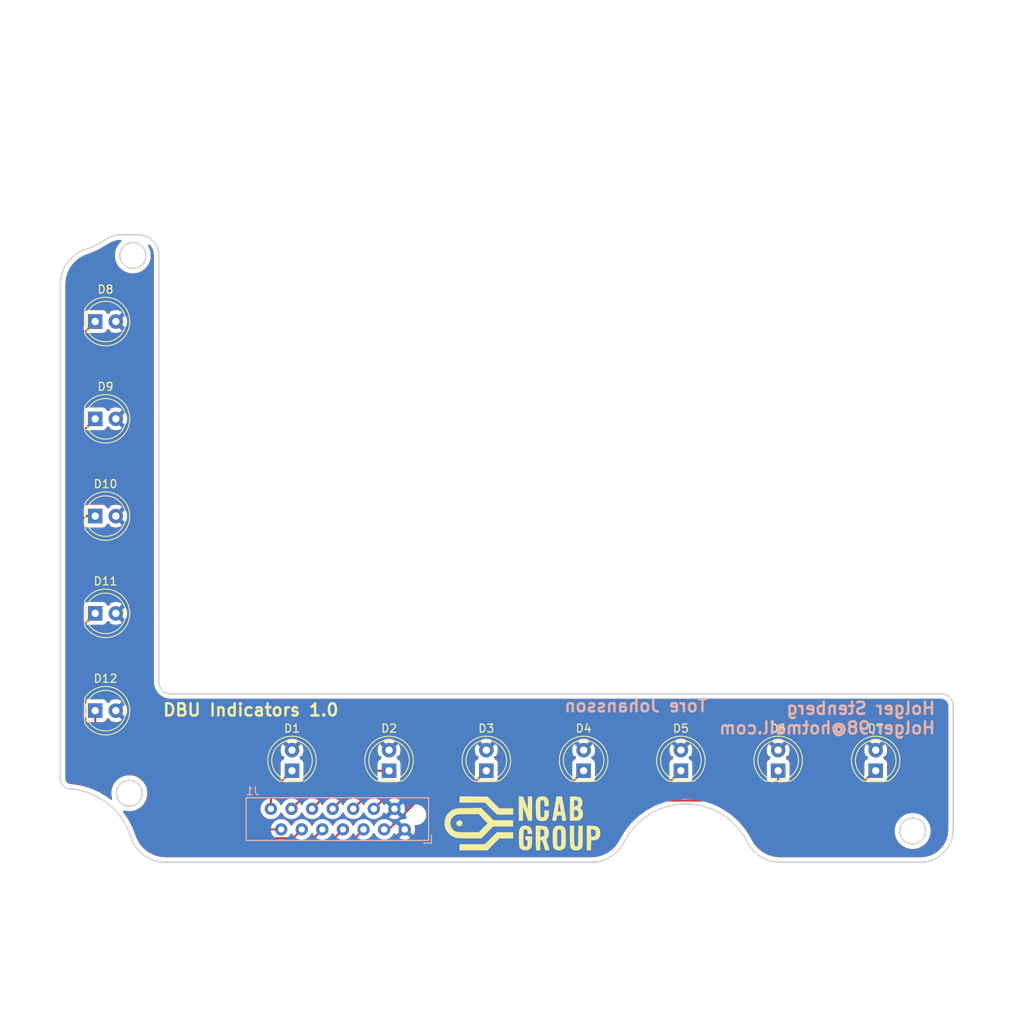
<source format=kicad_pcb>
(kicad_pcb (version 20171130) (host pcbnew "(5.1.4-0)")

  (general
    (thickness 1.6)
    (drawings 26)
    (tracks 56)
    (zones 0)
    (modules 14)
    (nets 14)
  )

  (page A4)
  (layers
    (0 F.Cu signal)
    (31 B.Cu signal)
    (32 B.Adhes user)
    (33 F.Adhes user)
    (34 B.Paste user)
    (35 F.Paste user)
    (36 B.SilkS user)
    (37 F.SilkS user)
    (38 B.Mask user)
    (39 F.Mask user)
    (40 Dwgs.User user)
    (41 Cmts.User user)
    (42 Eco1.User user)
    (43 Eco2.User user)
    (44 Edge.Cuts user)
    (45 Margin user)
    (46 B.CrtYd user)
    (47 F.CrtYd user)
    (48 B.Fab user)
    (49 F.Fab user)
  )

  (setup
    (last_trace_width 0.25)
    (user_trace_width 0.76)
    (trace_clearance 0.2)
    (zone_clearance 0.508)
    (zone_45_only no)
    (trace_min 0.2)
    (via_size 0.8)
    (via_drill 0.4)
    (via_min_size 0.4)
    (via_min_drill 0.3)
    (uvia_size 0.3)
    (uvia_drill 0.1)
    (uvias_allowed no)
    (uvia_min_size 0.2)
    (uvia_min_drill 0.1)
    (edge_width 0.05)
    (segment_width 0.2)
    (pcb_text_width 0.3)
    (pcb_text_size 1.5 1.5)
    (mod_edge_width 0.12)
    (mod_text_size 1 1)
    (mod_text_width 0.15)
    (pad_size 1.524 1.524)
    (pad_drill 0.762)
    (pad_to_mask_clearance 0.05)
    (aux_axis_origin 0 0)
    (visible_elements FFFFFF7F)
    (pcbplotparams
      (layerselection 0x010fc_ffffffff)
      (usegerberextensions false)
      (usegerberattributes true)
      (usegerberadvancedattributes true)
      (creategerberjobfile true)
      (excludeedgelayer true)
      (linewidth 0.100000)
      (plotframeref false)
      (viasonmask false)
      (mode 1)
      (useauxorigin false)
      (hpglpennumber 1)
      (hpglpenspeed 20)
      (hpglpendiameter 15.000000)
      (psnegative false)
      (psa4output false)
      (plotreference true)
      (plotvalue true)
      (plotinvisibletext false)
      (padsonsilk false)
      (subtractmaskfromsilk false)
      (outputformat 1)
      (mirror false)
      (drillshape 1)
      (scaleselection 1)
      (outputdirectory ""))
  )

  (net 0 "")
  (net 1 Vdrive)
  (net 2 /AMI_1)
  (net 3 /AMI_2)
  (net 4 /AMI_3)
  (net 5 /AMI_4)
  (net 6 /AMI_5)
  (net 7 /AMI_6)
  (net 8 /AMI_7)
  (net 9 /TS_OFF)
  (net 10 /EBS_ERROR)
  (net 11 /AMS_ERROR)
  (net 12 /IMD_ERROR)
  (net 13 /RESERVED)

  (net_class Default "This is the default net class."
    (clearance 0.2)
    (trace_width 0.25)
    (via_dia 0.8)
    (via_drill 0.4)
    (uvia_dia 0.3)
    (uvia_drill 0.1)
    (add_net /AMI_1)
    (add_net /AMI_2)
    (add_net /AMI_3)
    (add_net /AMI_4)
    (add_net /AMI_5)
    (add_net /AMI_6)
    (add_net /AMI_7)
    (add_net /AMS_ERROR)
    (add_net /EBS_ERROR)
    (add_net /IMD_ERROR)
    (add_net /RESERVED)
    (add_net /TS_OFF)
    (add_net Vdrive)
  )

  (module KTHFS:NCAB (layer F.Cu) (tedit 0) (tstamp 602D88F1)
    (at 145.288 141.732)
    (fp_text reference G*** (at 0 0) (layer F.SilkS) hide
      (effects (font (size 1.524 1.524) (thickness 0.3)))
    )
    (fp_text value LOGO (at 0.75 0) (layer F.SilkS) hide
      (effects (font (size 1.524 1.524) (thickness 0.3)))
    )
    (fp_poly (pts (xy -7.618019 -0.319093) (xy -7.491529 -0.219787) (xy -7.422448 -0.069328) (xy -7.4168 -0.005628)
      (xy -7.460255 0.178632) (xy -7.575339 0.309856) (xy -7.739136 0.372197) (xy -7.928728 0.349812)
      (xy -7.93016 0.349294) (xy -8.05727 0.257593) (xy -8.150072 0.110574) (xy -8.1788 -0.02094)
      (xy -8.149382 -0.10465) (xy -8.078118 -0.215832) (xy -8.073513 -0.22175) (xy -7.935855 -0.328908)
      (xy -7.775076 -0.358411) (xy -7.618019 -0.319093)) (layer F.SilkS) (width 0.01))
    (fp_poly (pts (xy -6.045799 -3.291223) (xy -4.319197 -3.2766) (xy -2.868929 -1.8288) (xy -1.1684 -1.8288)
      (xy -1.1684 -1.0668) (xy -3.167377 -1.0668) (xy -3.9099 -1.8034) (xy -4.652424 -2.54)
      (xy -7.7724 -2.54) (xy -7.7724 -3.305846) (xy -6.045799 -3.291223)) (layer F.SilkS) (width 0.01))
    (fp_poly (pts (xy 6.640976 -3.288693) (xy 6.909586 -3.24425) (xy 7.105774 -3.161895) (xy 7.242646 -3.034849)
      (xy 7.33331 -2.856334) (xy 7.365803 -2.74402) (xy 7.392725 -2.46235) (xy 7.340474 -2.203696)
      (xy 7.214351 -1.993761) (xy 7.210108 -1.989156) (xy 7.103268 -1.874477) (xy 7.234507 -1.743238)
      (xy 7.374022 -1.538495) (xy 7.444102 -1.291609) (xy 7.447386 -1.028252) (xy 7.386514 -0.774098)
      (xy 7.264127 -0.554822) (xy 7.096833 -0.404344) (xy 7.003344 -0.358026) (xy 6.88985 -0.328346)
      (xy 6.732509 -0.31196) (xy 6.507477 -0.305528) (xy 6.3881 -0.30499) (xy 5.842 -0.3048)
      (xy 5.842 -1.6256) (xy 6.35 -1.6256) (xy 6.35 -0.762) (xy 6.550319 -0.762)
      (xy 6.710532 -0.781905) (xy 6.811716 -0.85142) (xy 6.829719 -0.874904) (xy 6.880325 -0.9978)
      (xy 6.907385 -1.162181) (xy 6.9088 -1.205104) (xy 6.8734 -1.417824) (xy 6.768738 -1.557471)
      (xy 6.597123 -1.621498) (xy 6.5278 -1.6256) (xy 6.35 -1.6256) (xy 5.842 -1.6256)
      (xy 5.842 -2.8448) (xy 6.35 -2.8448) (xy 6.35 -2.0828) (xy 6.5024 -2.0828)
      (xy 6.651561 -2.117248) (xy 6.7564 -2.1844) (xy 6.837164 -2.329608) (xy 6.853801 -2.512208)
      (xy 6.804549 -2.689385) (xy 6.778919 -2.731897) (xy 6.66769 -2.822163) (xy 6.524919 -2.8448)
      (xy 6.35 -2.8448) (xy 5.842 -2.8448) (xy 5.842 -3.302) (xy 6.286835 -3.302)
      (xy 6.640976 -3.288693)) (layer F.SilkS) (width 0.01))
    (fp_poly (pts (xy 4.949228 -2.8067) (xy 4.98977 -2.587094) (xy 5.043642 -2.296586) (xy 5.105462 -1.964138)
      (xy 5.169846 -1.618711) (xy 5.212544 -1.390121) (xy 5.267432 -1.092268) (xy 5.315094 -0.825424)
      (xy 5.352534 -0.607036) (xy 5.376758 -0.454552) (xy 5.3848 -0.386821) (xy 5.362148 -0.335811)
      (xy 5.279817 -0.31085) (xy 5.135235 -0.3048) (xy 4.88567 -0.3048) (xy 4.8006 -0.9398)
      (xy 4.538119 -0.955009) (xy 4.397978 -0.960494) (xy 4.309911 -0.94428) (xy 4.257692 -0.887191)
      (xy 4.225097 -0.770048) (xy 4.1959 -0.573674) (xy 4.192157 -0.5461) (xy 4.159374 -0.3048)
      (xy 3.902721 -0.3048) (xy 3.751928 -0.307739) (xy 3.678966 -0.32599) (xy 3.660071 -0.373712)
      (xy 3.668213 -0.4445) (xy 3.683102 -0.530494) (xy 3.713793 -0.701756) (xy 3.757626 -0.943645)
      (xy 3.811938 -1.241522) (xy 3.863294 -1.521925) (xy 4.3688 -1.521925) (xy 4.388805 -1.453952)
      (xy 4.46651 -1.425979) (xy 4.552035 -1.4224) (xy 4.678227 -1.435205) (xy 4.713504 -1.475704)
      (xy 4.710487 -1.486983) (xy 4.693036 -1.563439) (xy 4.666968 -1.714398) (xy 4.636653 -1.913597)
      (xy 4.621283 -2.022974) (xy 4.590021 -2.221372) (xy 4.55861 -2.369596) (xy 4.531671 -2.44802)
      (xy 4.519827 -2.453692) (xy 4.497035 -2.388545) (xy 4.467156 -2.251067) (xy 4.434824 -2.069846)
      (xy 4.404672 -1.873471) (xy 4.381335 -1.690534) (xy 4.369446 -1.549622) (xy 4.3688 -1.521925)
      (xy 3.863294 -1.521925) (xy 3.874067 -1.580745) (xy 3.940679 -1.943025) (xy 4.191 -3.301849)
      (xy 4.524583 -3.301925) (xy 4.858167 -3.302) (xy 4.949228 -2.8067)) (layer F.SilkS) (width 0.01))
    (fp_poly (pts (xy 0.063748 -3.2766) (xy 0.635 -1.71491) (xy 0.648989 -2.508455) (xy 0.662979 -3.302)
      (xy 1.1684 -3.302) (xy 1.1684 -0.3048) (xy 0.679376 -0.3048) (xy 0.05692 -2.0574)
      (xy 0.0508 -0.3048) (xy -0.4572 -0.3048) (xy -0.4572 -3.30731) (xy 0.063748 -3.2766)) (layer F.SilkS) (width 0.01))
    (fp_poly (pts (xy 2.728528 -3.291148) (xy 2.948264 -3.18949) (xy 3.101053 -3.014586) (xy 3.19034 -2.762678)
      (xy 3.219179 -2.471071) (xy 3.2258 -2.1082) (xy 2.9591 -2.092846) (xy 2.6924 -2.077491)
      (xy 2.6924 -2.400186) (xy 2.681046 -2.619807) (xy 2.640728 -2.756162) (xy 2.562059 -2.825682)
      (xy 2.4384 -2.844801) (xy 2.353176 -2.83959) (xy 2.289463 -2.815397) (xy 2.244147 -2.759375)
      (xy 2.214114 -2.658679) (xy 2.19625 -2.500466) (xy 2.187443 -2.271888) (xy 2.184579 -1.960102)
      (xy 2.1844 -1.796869) (xy 2.186274 -1.436643) (xy 2.193837 -1.165539) (xy 2.21 -0.971119)
      (xy 2.237671 -0.840942) (xy 2.279763 -0.76257) (xy 2.339185 -0.723563) (xy 2.418847 -0.711481)
      (xy 2.4384 -0.7112) (xy 2.561347 -0.741805) (xy 2.6411 -0.840597) (xy 2.682857 -1.018048)
      (xy 2.6924 -1.222829) (xy 2.6924 -1.5748) (xy 3.264254 -1.5748) (xy 3.241137 -1.17548)
      (xy 3.202203 -0.856388) (xy 3.122998 -0.61877) (xy 2.996588 -0.448122) (xy 2.843071 -0.342979)
      (xy 2.620067 -0.272647) (xy 2.367899 -0.257098) (xy 2.129628 -0.295804) (xy 1.99666 -0.353365)
      (xy 1.885342 -0.426637) (xy 1.80071 -0.502676) (xy 1.738815 -0.596254) (xy 1.695711 -0.722146)
      (xy 1.667449 -0.895124) (xy 1.650082 -1.129961) (xy 1.639661 -1.44143) (xy 1.634457 -1.708776)
      (xy 1.629497 -2.053925) (xy 1.628719 -2.314378) (xy 1.633302 -2.506997) (xy 1.64443 -2.64864)
      (xy 1.663282 -2.756169) (xy 1.69104 -2.846444) (xy 1.718905 -2.914081) (xy 1.850446 -3.120733)
      (xy 2.035031 -3.252146) (xy 2.284819 -3.315235) (xy 2.4384 -3.323322) (xy 2.728528 -3.291148)) (layer F.SilkS) (width 0.01))
    (fp_poly (pts (xy -3.577301 -0.3556) (xy -1.1684 -0.3556) (xy -1.1684 0.4064) (xy -3.639898 0.4064)
      (xy -4.363591 1.143) (xy -5.087285 1.8796) (xy -6.467943 1.873661) (xy -6.848175 1.870425)
      (xy -7.208803 1.864364) (xy -7.533177 1.855991) (xy -7.80465 1.845816) (xy -8.006572 1.834349)
      (xy -8.116979 1.823037) (xy -8.486394 1.712556) (xy -8.833806 1.515877) (xy -9.13975 1.248372)
      (xy -9.384763 0.925412) (xy -9.478358 0.747896) (xy -9.558572 0.549956) (xy -9.603217 0.36958)
      (xy -9.621826 0.159589) (xy -9.62413 0.037799) (xy -8.914367 0.037799) (xy -8.851966 0.35701)
      (xy -8.701929 0.649143) (xy -8.551753 0.822697) (xy -8.458947 0.906074) (xy -8.367692 0.971837)
      (xy -8.264908 1.022089) (xy -8.137509 1.058934) (xy -7.972416 1.084477) (xy -7.756544 1.10082)
      (xy -7.476811 1.110067) (xy -7.120135 1.114322) (xy -6.730134 1.115611) (xy -5.408468 1.1176)
      (xy -4.863421 0.570857) (xy -4.318374 0.024115) (xy -4.856315 -0.547354) (xy -5.394255 -1.118823)
      (xy -6.672228 -1.116211) (xy -7.037405 -1.113416) (xy -7.377312 -1.106955) (xy -7.6757 -1.097436)
      (xy -7.916323 -1.085463) (xy -8.082933 -1.071643) (xy -8.146691 -1.061229) (xy -8.353501 -0.963875)
      (xy -8.558897 -0.796547) (xy -8.735909 -0.587606) (xy -8.85757 -0.365415) (xy -8.882757 -0.28712)
      (xy -8.914367 0.037799) (xy -9.62413 0.037799) (xy -9.624365 0.0254) (xy -9.582449 -0.418877)
      (xy -9.451533 -0.814151) (xy -9.231602 -1.160454) (xy -8.922638 -1.457818) (xy -8.85299 -1.509412)
      (xy -8.722076 -1.598358) (xy -8.597057 -1.670142) (xy -8.465121 -1.726811) (xy -8.313454 -1.770409)
      (xy -8.129245 -1.802984) (xy -7.89968 -1.826581) (xy -7.611945 -1.843246) (xy -7.253229 -1.855024)
      (xy -6.810718 -1.863963) (xy -6.61286 -1.867118) (xy -5.123119 -1.889852) (xy -3.577301 -0.3556)) (layer F.SilkS) (width 0.01))
    (fp_poly (pts (xy 8.692839 0.317253) (xy 8.97334 0.357288) (xy 9.185387 0.428916) (xy 9.344171 0.53615)
      (xy 9.392635 0.585852) (xy 9.515933 0.792325) (xy 9.580988 1.044735) (xy 9.588938 1.314638)
      (xy 9.540917 1.573594) (xy 9.43806 1.79316) (xy 9.340041 1.903228) (xy 9.221027 1.991301)
      (xy 9.099184 2.045908) (xy 8.941759 2.077049) (xy 8.715999 2.094725) (xy 8.7122 2.094925)
      (xy 8.4582 2.1082) (xy 8.429672 3.3528) (xy 7.9248 3.3528) (xy 7.9248 0.762)
      (xy 8.4328 0.762) (xy 8.4328 1.185333) (xy 8.4371 1.384439) (xy 8.448545 1.543402)
      (xy 8.464948 1.635749) (xy 8.4709 1.646917) (xy 8.551861 1.668934) (xy 8.684725 1.65744)
      (xy 8.828971 1.621122) (xy 8.944081 1.568669) (xy 8.9789 1.537997) (xy 9.01697 1.438408)
      (xy 9.039638 1.284282) (xy 9.0424 1.20949) (xy 9.01338 0.9878) (xy 8.922456 0.844429)
      (xy 8.763829 0.772992) (xy 8.636 0.762) (xy 8.4328 0.762) (xy 7.9248 0.762)
      (xy 7.9248 0.3048) (xy 8.328699 0.3048) (xy 8.692839 0.317253)) (layer F.SilkS) (width 0.01))
    (fp_poly (pts (xy 7.4168 1.560237) (xy 7.415511 1.993948) (xy 7.409928 2.338292) (xy 7.39747 2.605488)
      (xy 7.375559 2.807753) (xy 7.341617 2.957306) (xy 7.293064 3.066366) (xy 7.227322 3.14715)
      (xy 7.141812 3.211879) (xy 7.058067 3.259974) (xy 6.840617 3.332721) (xy 6.586363 3.353169)
      (xy 6.338351 3.321799) (xy 6.156443 3.249897) (xy 6.065866 3.188172) (xy 5.994473 3.11792)
      (xy 5.940005 3.026936) (xy 5.900202 2.903018) (xy 5.872807 2.733959) (xy 5.85556 2.507557)
      (xy 5.846201 2.211607) (xy 5.842474 1.833905) (xy 5.842 1.551031) (xy 5.842 0.3048)
      (xy 6.35 0.3048) (xy 6.350748 1.4605) (xy 6.353095 1.886152) (xy 6.359785 2.218126)
      (xy 6.371212 2.464266) (xy 6.387772 2.632417) (xy 6.409861 2.730424) (xy 6.415425 2.7432)
      (xy 6.508243 2.843344) (xy 6.634349 2.887397) (xy 6.754262 2.866336) (xy 6.797908 2.830595)
      (xy 6.820098 2.754315) (xy 6.838358 2.58269) (xy 6.852779 2.31412) (xy 6.863448 1.947006)
      (xy 6.86976 1.545327) (xy 6.8834 0.3302) (xy 7.4168 0.29949) (xy 7.4168 1.560237)) (layer F.SilkS) (width 0.01))
    (fp_poly (pts (xy 4.814673 0.322835) (xy 4.930119 0.364334) (xy 4.996318 0.401775) (xy 5.104641 0.480501)
      (xy 5.187501 0.574969) (xy 5.248154 0.699081) (xy 5.289858 0.86674) (xy 5.315871 1.091846)
      (xy 5.329449 1.3883) (xy 5.33385 1.770005) (xy 5.333921 1.842528) (xy 5.331224 2.223163)
      (xy 5.320703 2.517244) (xy 5.298599 2.739737) (xy 5.261153 2.905605) (xy 5.204607 3.029813)
      (xy 5.125204 3.127327) (xy 5.019183 3.213111) (xy 4.983587 3.237487) (xy 4.765265 3.329684)
      (xy 4.508567 3.358271) (xy 4.253979 3.323285) (xy 4.058812 3.236603) (xy 3.946034 3.150952)
      (xy 3.862244 3.056444) (xy 3.802734 2.93655) (xy 3.762794 2.774741) (xy 3.737716 2.554489)
      (xy 3.722789 2.259263) (xy 3.716666 2.035705) (xy 3.71364 1.847231) (xy 4.2672 1.847231)
      (xy 4.26857 2.178783) (xy 4.273481 2.423274) (xy 4.283126 2.595216) (xy 4.298704 2.709123)
      (xy 4.321409 2.779504) (xy 4.347028 2.815771) (xy 4.471664 2.883428) (xy 4.614297 2.886357)
      (xy 4.71424 2.83464) (xy 4.737069 2.761906) (xy 4.754927 2.607625) (xy 4.767813 2.391727)
      (xy 4.775726 2.134141) (xy 4.778668 1.854797) (xy 4.776638 1.573627) (xy 4.769635 1.310561)
      (xy 4.757661 1.085528) (xy 4.740715 0.918459) (xy 4.718797 0.829285) (xy 4.714239 0.822959)
      (xy 4.60167 0.76812) (xy 4.464483 0.769447) (xy 4.350194 0.822447) (xy 4.319787 0.86026)
      (xy 4.301212 0.945607) (xy 4.285873 1.116664) (xy 4.274615 1.357571) (xy 4.268283 1.652465)
      (xy 4.2672 1.847231) (xy 3.71364 1.847231) (xy 3.71017 1.631223) (xy 3.712554 1.313639)
      (xy 3.725906 1.068478) (xy 3.752312 0.881265) (xy 3.79386 0.737527) (xy 3.852636 0.622787)
      (xy 3.930728 0.522572) (xy 3.935618 0.517201) (xy 4.03196 0.420008) (xy 4.120648 0.36294)
      (xy 4.235515 0.332936) (xy 4.410396 0.316937) (xy 4.462322 0.313884) (xy 4.670747 0.307995)
      (xy 4.814673 0.322835)) (layer F.SilkS) (width 0.01))
    (fp_poly (pts (xy 2.1717 0.314935) (xy 2.495195 0.336934) (xy 2.734943 0.37628) (xy 2.908298 0.440268)
      (xy 3.032612 0.536194) (xy 3.125241 0.671354) (xy 3.152476 0.727268) (xy 3.229146 0.982105)
      (xy 3.247969 1.257037) (xy 3.212133 1.522456) (xy 3.124828 1.748756) (xy 3.029001 1.873586)
      (xy 2.908248 1.987028) (xy 3.104459 2.606414) (xy 3.178804 2.845897) (xy 3.240331 3.05322)
      (xy 3.283087 3.207649) (xy 3.301116 3.288449) (xy 3.301335 3.291954) (xy 3.26859 3.332073)
      (xy 3.159876 3.346242) (xy 3.040409 3.342754) (xy 2.778818 3.3274) (xy 2.599171 2.7051)
      (xy 2.523207 2.447302) (xy 2.466015 2.272031) (xy 2.420131 2.163656) (xy 2.378089 2.106548)
      (xy 2.332425 2.08508) (xy 2.301962 2.0828) (xy 2.253259 2.085981) (xy 2.220296 2.106587)
      (xy 2.199999 2.161205) (xy 2.189299 2.266425) (xy 2.185123 2.438838) (xy 2.1844 2.695031)
      (xy 2.1844 3.3528) (xy 1.938866 3.3528) (xy 1.788376 3.346319) (xy 1.683574 3.329857)
      (xy 1.659466 3.318933) (xy 1.650888 3.261402) (xy 1.643108 3.115184) (xy 1.636414 2.893188)
      (xy 1.63109 2.608325) (xy 1.627422 2.273506) (xy 1.625696 1.901641) (xy 1.6256 1.788408)
      (xy 1.6256 0.762) (xy 2.1844 0.762) (xy 2.1844 1.689693) (xy 2.366732 1.660105)
      (xy 2.509424 1.6242) (xy 2.614098 1.576118) (xy 2.620732 1.571038) (xy 2.669384 1.472193)
      (xy 2.691289 1.283254) (xy 2.6924 1.21586) (xy 2.685916 1.038168) (xy 2.660189 0.930337)
      (xy 2.605799 0.861106) (xy 2.579496 0.84108) (xy 2.439916 0.779821) (xy 2.325496 0.762)
      (xy 2.1844 0.762) (xy 1.6256 0.762) (xy 1.6256 0.291749) (xy 2.1717 0.314935)) (layer F.SilkS) (width 0.01))
    (fp_poly (pts (xy 0.526862 0.319747) (xy 0.717802 0.358888) (xy 0.790177 0.385722) (xy 0.949832 0.511967)
      (xy 1.075855 0.708153) (xy 1.152504 0.944206) (xy 1.1684 1.108238) (xy 1.1684 1.3208)
      (xy 0.6096 1.3208) (xy 0.6096 1.102359) (xy 0.596192 0.952667) (xy 0.562665 0.842859)
      (xy 0.548639 0.822959) (xy 0.43607 0.76812) (xy 0.298883 0.769447) (xy 0.184594 0.822447)
      (xy 0.154187 0.86026) (xy 0.135612 0.945607) (xy 0.120273 1.116664) (xy 0.109015 1.357571)
      (xy 0.102683 1.652465) (xy 0.1016 1.847231) (xy 0.10297 2.178783) (xy 0.107881 2.423274)
      (xy 0.117526 2.595216) (xy 0.133104 2.709123) (xy 0.155809 2.779504) (xy 0.181428 2.815771)
      (xy 0.308041 2.888914) (xy 0.457475 2.868427) (xy 0.511339 2.843012) (xy 0.564511 2.798781)
      (xy 0.594553 2.720914) (xy 0.607491 2.584483) (xy 0.6096 2.436612) (xy 0.607709 2.251404)
      (xy 0.596728 2.145596) (xy 0.568689 2.096994) (xy 0.515626 2.083405) (xy 0.4826 2.0828)
      (xy 0.40423 2.073325) (xy 0.3671 2.026751) (xy 0.356085 1.915858) (xy 0.3556 1.8542)
      (xy 0.3556 1.6256) (xy 1.178847 1.6256) (xy 1.160923 2.2502) (xy 1.149613 2.535764)
      (xy 1.13293 2.739311) (xy 1.108072 2.880394) (xy 1.072236 2.978564) (xy 1.051339 3.014626)
      (xy 0.867227 3.208164) (xy 0.622055 3.320684) (xy 0.3556 3.35242) (xy 0.07785 3.321192)
      (xy -0.08614 3.253435) (xy -0.20002 3.177988) (xy -0.285942 3.099112) (xy -0.348162 3.001523)
      (xy -0.390939 2.869938) (xy -0.418529 2.689075) (xy -0.43519 2.443652) (xy -0.445178 2.118386)
      (xy -0.448434 1.952847) (xy -0.452841 1.554824) (xy -0.448183 1.243625) (xy -0.431792 1.004677)
      (xy -0.400996 0.823406) (xy -0.353127 0.685238) (xy -0.285516 0.5756) (xy -0.195492 0.479917)
      (xy -0.175324 0.46184) (xy -0.059353 0.371366) (xy 0.05084 0.324103) (xy 0.196938 0.306607)
      (xy 0.31159 0.3048) (xy 0.526862 0.319747)) (layer F.SilkS) (width 0.01))
    (fp_poly (pts (xy -1.1684 1.8796) (xy -2.871515 1.8796) (xy -3.606801 2.6162) (xy -4.342086 3.3528)
      (xy -7.7724 3.3528) (xy -7.7724 2.5908) (xy -4.652424 2.5908) (xy -3.9099 1.8542)
      (xy -3.167377 1.1176) (xy -1.1684 1.1176) (xy -1.1684 1.8796)) (layer F.SilkS) (width 0.01))
  )

  (module LED_THT:LED_D5.0mm (layer F.Cu) (tedit 5995936A) (tstamp 60294589)
    (at 92.571571 115.849403)
    (descr "LED, diameter 5.0mm, 2 pins, http://cdn-reichelt.de/documents/datenblatt/A500/LL-504BC2E-009.pdf")
    (tags "LED diameter 5.0mm 2 pins")
    (path /5FEBD7CF)
    (fp_text reference D11 (at 1.27 -3.96) (layer F.SilkS)
      (effects (font (size 1 1) (thickness 0.15)))
    )
    (fp_text value LED (at 1.27 3.96) (layer F.Fab)
      (effects (font (size 1 1) (thickness 0.15)))
    )
    (fp_circle (center 1.27 0) (end 3.77 0) (layer F.Fab) (width 0.1))
    (fp_circle (center 1.27 0) (end 3.77 0) (layer F.SilkS) (width 0.12))
    (fp_line (start -1.23 -1.469694) (end -1.23 1.469694) (layer F.Fab) (width 0.1))
    (fp_line (start -1.29 -1.545) (end -1.29 1.545) (layer F.SilkS) (width 0.12))
    (fp_line (start -1.95 -3.25) (end -1.95 3.25) (layer F.CrtYd) (width 0.05))
    (fp_line (start -1.95 3.25) (end 4.5 3.25) (layer F.CrtYd) (width 0.05))
    (fp_line (start 4.5 3.25) (end 4.5 -3.25) (layer F.CrtYd) (width 0.05))
    (fp_line (start 4.5 -3.25) (end -1.95 -3.25) (layer F.CrtYd) (width 0.05))
    (fp_text user %R (at 1.25 0) (layer F.Fab)
      (effects (font (size 0.8 0.8) (thickness 0.2)))
    )
    (fp_arc (start 1.27 0) (end -1.29 1.54483) (angle -148.9) (layer F.SilkS) (width 0.12))
    (fp_arc (start 1.27 0) (end -1.29 -1.54483) (angle 148.9) (layer F.SilkS) (width 0.12))
    (fp_arc (start 1.27 0) (end -1.23 -1.469694) (angle 299.1) (layer F.Fab) (width 0.1))
    (pad 2 thru_hole circle (at 2.54 0) (size 1.8 1.8) (drill 0.9) (layers *.Cu *.Mask)
      (net 1 Vdrive))
    (pad 1 thru_hole rect (at 0 0) (size 1.8 1.8) (drill 0.9) (layers *.Cu *.Mask)
      (net 12 /IMD_ERROR))
    (model ${KISYS3DMOD}/LED_THT.3dshapes/LED_D5.0mm.wrl
      (offset (xyz 0 0 -3))
      (scale (xyz 1 1 1))
      (rotate (xyz 0 0 0))
    )
  )

  (module KTHFS:Wurth-MM_female_14 (layer B.Cu) (tedit 5E972536) (tstamp 6029441A)
    (at 130.75 142.5)
    (path /60190821)
    (fp_text reference J1 (at -18.75 -4.75) (layer B.SilkS)
      (effects (font (size 1 1) (thickness 0.15)) (justify mirror))
    )
    (fp_text value Conn_02x07_Odd_Even (at -2.54 -5.08) (layer B.Fab)
      (effects (font (size 1 1) (thickness 0.15)) (justify mirror))
    )
    (fp_line (start 2.94 1.23) (end 2.94 -3.76) (layer B.SilkS) (width 0.15))
    (fp_line (start 2.92 -3.9) (end -9.3 -3.9) (layer B.SilkS) (width 0.15))
    (fp_line (start 2.94 1.36) (end -19.558 1.36) (layer B.SilkS) (width 0.15))
    (fp_line (start -19.558 1.36) (end -19.558 -3.9) (layer B.SilkS) (width 0.15))
    (fp_line (start -9.28 -3.9) (end -19.558 -3.9) (layer B.SilkS) (width 0.15))
    (fp_line (start 2.94 1.13) (end 2.94 1.35) (layer B.SilkS) (width 0.15))
    (fp_line (start 2.3 1.7) (end 3.3 1.7) (layer B.SilkS) (width 0.15))
    (fp_line (start 3.3 1.7) (end 3.3 0.7) (layer B.SilkS) (width 0.15))
    (fp_line (start 2.94 -3.9) (end 2.94 -3.77) (layer B.SilkS) (width 0.15))
    (fp_line (start 2.94 -3.9) (end 2.92 -3.9) (layer B.SilkS) (width 0.15))
    (pad 14 thru_hole circle (at -16.51 -2.54) (size 1.524 1.524) (drill 0.762) (layers *.Cu *.Mask)
      (net 2 /AMI_1))
    (pad 13 thru_hole circle (at -15.24 0) (size 1.524 1.524) (drill 0.762) (layers *.Cu *.Mask)
      (net 13 /RESERVED))
    (pad 12 thru_hole circle (at -13.97 -2.54) (size 1.524 1.524) (drill 0.762) (layers *.Cu *.Mask)
      (net 3 /AMI_2))
    (pad 11 thru_hole circle (at -12.7 0) (size 1.524 1.524) (drill 0.762) (layers *.Cu *.Mask)
      (net 12 /IMD_ERROR))
    (pad 10 thru_hole circle (at -11.43 -2.54) (size 1.524 1.524) (drill 0.762) (layers *.Cu *.Mask)
      (net 4 /AMI_3))
    (pad 9 thru_hole circle (at -10.16 0) (size 1.524 1.524) (drill 0.762) (layers *.Cu *.Mask)
      (net 11 /AMS_ERROR))
    (pad 8 thru_hole circle (at -8.89 -2.54) (size 1.524 1.524) (drill 0.762) (layers *.Cu *.Mask)
      (net 5 /AMI_4))
    (pad 7 thru_hole circle (at -7.62 0) (size 1.524 1.524) (drill 0.762) (layers *.Cu *.Mask)
      (net 10 /EBS_ERROR))
    (pad "" np_thru_hole circle (at 1.4 -1.8) (size 1.5 1.5) (drill 1.5) (layers *.Cu *.Mask))
    (pad 6 thru_hole circle (at -6.35 -2.54) (size 1.524 1.524) (drill 0.8) (layers *.Cu *.Mask)
      (net 6 /AMI_5))
    (pad 5 thru_hole circle (at -5.08 0) (size 1.524 1.524) (drill 0.8) (layers *.Cu *.Mask)
      (net 9 /TS_OFF))
    (pad 4 thru_hole circle (at -3.81 -2.54) (size 1.524 1.524) (drill 0.8) (layers *.Cu *.Mask)
      (net 7 /AMI_6))
    (pad 3 thru_hole circle (at -2.54 0) (size 1.524 1.524) (drill 0.8) (layers *.Cu *.Mask)
      (net 8 /AMI_7))
    (pad 2 thru_hole circle (at -1.27 -2.54) (size 1.524 1.524) (drill 0.8) (layers *.Cu *.Mask)
      (net 1 Vdrive))
    (pad 1 thru_hole circle (at 0 0) (size 1.524 1.524) (drill 0.8) (layers *.Cu *.Mask)
      (net 1 Vdrive))
    (model ${KICAD_INFRASTRUCTURE}/libraries/3dmodels/Wurth-MM_female_14.stp
      (offset (xyz -8.1 -1.25 0))
      (scale (xyz 1 1 1))
      (rotate (xyz 0 0 0))
    )
  )

  (module LED_THT:LED_D5.0mm (layer F.Cu) (tedit 5995936A) (tstamp 60294466)
    (at 92.571571 127.849403)
    (descr "LED, diameter 5.0mm, 2 pins, http://cdn-reichelt.de/documents/datenblatt/A500/LL-504BC2E-009.pdf")
    (tags "LED diameter 5.0mm 2 pins")
    (path /5FEFE18E)
    (fp_text reference D12 (at 1.27 -3.96) (layer F.SilkS)
      (effects (font (size 1 1) (thickness 0.15)))
    )
    (fp_text value LED (at 1.27 3.96) (layer F.Fab)
      (effects (font (size 1 1) (thickness 0.15)))
    )
    (fp_circle (center 1.27 0) (end 3.77 0) (layer F.Fab) (width 0.1))
    (fp_circle (center 1.27 0) (end 3.77 0) (layer F.SilkS) (width 0.12))
    (fp_line (start -1.23 -1.469694) (end -1.23 1.469694) (layer F.Fab) (width 0.1))
    (fp_line (start -1.29 -1.545) (end -1.29 1.545) (layer F.SilkS) (width 0.12))
    (fp_line (start -1.95 -3.25) (end -1.95 3.25) (layer F.CrtYd) (width 0.05))
    (fp_line (start -1.95 3.25) (end 4.5 3.25) (layer F.CrtYd) (width 0.05))
    (fp_line (start 4.5 3.25) (end 4.5 -3.25) (layer F.CrtYd) (width 0.05))
    (fp_line (start 4.5 -3.25) (end -1.95 -3.25) (layer F.CrtYd) (width 0.05))
    (fp_text user %R (at 1.25 0) (layer F.Fab)
      (effects (font (size 0.8 0.8) (thickness 0.2)))
    )
    (fp_arc (start 1.27 0) (end -1.29 1.54483) (angle -148.9) (layer F.SilkS) (width 0.12))
    (fp_arc (start 1.27 0) (end -1.29 -1.54483) (angle 148.9) (layer F.SilkS) (width 0.12))
    (fp_arc (start 1.27 0) (end -1.23 -1.469694) (angle 299.1) (layer F.Fab) (width 0.1))
    (pad 2 thru_hole circle (at 2.54 0) (size 1.8 1.8) (drill 0.9) (layers *.Cu *.Mask)
      (net 1 Vdrive))
    (pad 1 thru_hole rect (at 0 0) (size 1.8 1.8) (drill 0.9) (layers *.Cu *.Mask)
      (net 13 /RESERVED))
    (model ${KISYS3DMOD}/LED_THT.3dshapes/LED_D5.0mm.wrl
      (offset (xyz 0 0 -3))
      (scale (xyz 1 1 1))
      (rotate (xyz 0 0 0))
    )
  )

  (module LED_THT:LED_D5.0mm (layer F.Cu) (tedit 5995936A) (tstamp 602944FF)
    (at 92.571571 103.849403)
    (descr "LED, diameter 5.0mm, 2 pins, http://cdn-reichelt.de/documents/datenblatt/A500/LL-504BC2E-009.pdf")
    (tags "LED diameter 5.0mm 2 pins")
    (path /5FEBD7C9)
    (fp_text reference D10 (at 1.27 -3.96) (layer F.SilkS)
      (effects (font (size 1 1) (thickness 0.15)))
    )
    (fp_text value LED (at 1.27 3.96) (layer F.Fab)
      (effects (font (size 1 1) (thickness 0.15)))
    )
    (fp_circle (center 1.27 0) (end 3.77 0) (layer F.Fab) (width 0.1))
    (fp_circle (center 1.27 0) (end 3.77 0) (layer F.SilkS) (width 0.12))
    (fp_line (start -1.23 -1.469694) (end -1.23 1.469694) (layer F.Fab) (width 0.1))
    (fp_line (start -1.29 -1.545) (end -1.29 1.545) (layer F.SilkS) (width 0.12))
    (fp_line (start -1.95 -3.25) (end -1.95 3.25) (layer F.CrtYd) (width 0.05))
    (fp_line (start -1.95 3.25) (end 4.5 3.25) (layer F.CrtYd) (width 0.05))
    (fp_line (start 4.5 3.25) (end 4.5 -3.25) (layer F.CrtYd) (width 0.05))
    (fp_line (start 4.5 -3.25) (end -1.95 -3.25) (layer F.CrtYd) (width 0.05))
    (fp_text user %R (at 1.25 0) (layer F.Fab)
      (effects (font (size 0.8 0.8) (thickness 0.2)))
    )
    (fp_arc (start 1.27 0) (end -1.29 1.54483) (angle -148.9) (layer F.SilkS) (width 0.12))
    (fp_arc (start 1.27 0) (end -1.29 -1.54483) (angle 148.9) (layer F.SilkS) (width 0.12))
    (fp_arc (start 1.27 0) (end -1.23 -1.469694) (angle 299.1) (layer F.Fab) (width 0.1))
    (pad 2 thru_hole circle (at 2.54 0) (size 1.8 1.8) (drill 0.9) (layers *.Cu *.Mask)
      (net 1 Vdrive))
    (pad 1 thru_hole rect (at 0 0) (size 1.8 1.8) (drill 0.9) (layers *.Cu *.Mask)
      (net 11 /AMS_ERROR))
    (model ${KISYS3DMOD}/LED_THT.3dshapes/LED_D5.0mm.wrl
      (offset (xyz 0 0 -3))
      (scale (xyz 1 1 1))
      (rotate (xyz 0 0 0))
    )
  )

  (module LED_THT:LED_D5.0mm (layer F.Cu) (tedit 5995936A) (tstamp 602944CC)
    (at 92.571571 91.849403)
    (descr "LED, diameter 5.0mm, 2 pins, http://cdn-reichelt.de/documents/datenblatt/A500/LL-504BC2E-009.pdf")
    (tags "LED diameter 5.0mm 2 pins")
    (path /5FEBD7C3)
    (fp_text reference D9 (at 1.27 -3.96) (layer F.SilkS)
      (effects (font (size 1 1) (thickness 0.15)))
    )
    (fp_text value LED (at 1.27 3.96) (layer F.Fab)
      (effects (font (size 1 1) (thickness 0.15)))
    )
    (fp_circle (center 1.27 0) (end 3.77 0) (layer F.Fab) (width 0.1))
    (fp_circle (center 1.27 0) (end 3.77 0) (layer F.SilkS) (width 0.12))
    (fp_line (start -1.23 -1.469694) (end -1.23 1.469694) (layer F.Fab) (width 0.1))
    (fp_line (start -1.29 -1.545) (end -1.29 1.545) (layer F.SilkS) (width 0.12))
    (fp_line (start -1.95 -3.25) (end -1.95 3.25) (layer F.CrtYd) (width 0.05))
    (fp_line (start -1.95 3.25) (end 4.5 3.25) (layer F.CrtYd) (width 0.05))
    (fp_line (start 4.5 3.25) (end 4.5 -3.25) (layer F.CrtYd) (width 0.05))
    (fp_line (start 4.5 -3.25) (end -1.95 -3.25) (layer F.CrtYd) (width 0.05))
    (fp_text user %R (at 1.25 0) (layer F.Fab)
      (effects (font (size 0.8 0.8) (thickness 0.2)))
    )
    (fp_arc (start 1.27 0) (end -1.29 1.54483) (angle -148.9) (layer F.SilkS) (width 0.12))
    (fp_arc (start 1.27 0) (end -1.29 -1.54483) (angle 148.9) (layer F.SilkS) (width 0.12))
    (fp_arc (start 1.27 0) (end -1.23 -1.469694) (angle 299.1) (layer F.Fab) (width 0.1))
    (pad 2 thru_hole circle (at 2.54 0) (size 1.8 1.8) (drill 0.9) (layers *.Cu *.Mask)
      (net 1 Vdrive))
    (pad 1 thru_hole rect (at 0 0) (size 1.8 1.8) (drill 0.9) (layers *.Cu *.Mask)
      (net 10 /EBS_ERROR))
    (model ${KISYS3DMOD}/LED_THT.3dshapes/LED_D5.0mm.wrl
      (offset (xyz 0 0 -3))
      (scale (xyz 1 1 1))
      (rotate (xyz 0 0 0))
    )
  )

  (module LED_THT:LED_D5.0mm (layer F.Cu) (tedit 5995936A) (tstamp 602943D6)
    (at 92.571571 79.849403)
    (descr "LED, diameter 5.0mm, 2 pins, http://cdn-reichelt.de/documents/datenblatt/A500/LL-504BC2E-009.pdf")
    (tags "LED diameter 5.0mm 2 pins")
    (path /5FEBD7BD)
    (fp_text reference D8 (at 1.27 -3.96) (layer F.SilkS)
      (effects (font (size 1 1) (thickness 0.15)))
    )
    (fp_text value LED (at 1.27 3.96) (layer F.Fab)
      (effects (font (size 1 1) (thickness 0.15)))
    )
    (fp_circle (center 1.27 0) (end 3.77 0) (layer F.Fab) (width 0.1))
    (fp_circle (center 1.27 0) (end 3.77 0) (layer F.SilkS) (width 0.12))
    (fp_line (start -1.23 -1.469694) (end -1.23 1.469694) (layer F.Fab) (width 0.1))
    (fp_line (start -1.29 -1.545) (end -1.29 1.545) (layer F.SilkS) (width 0.12))
    (fp_line (start -1.95 -3.25) (end -1.95 3.25) (layer F.CrtYd) (width 0.05))
    (fp_line (start -1.95 3.25) (end 4.5 3.25) (layer F.CrtYd) (width 0.05))
    (fp_line (start 4.5 3.25) (end 4.5 -3.25) (layer F.CrtYd) (width 0.05))
    (fp_line (start 4.5 -3.25) (end -1.95 -3.25) (layer F.CrtYd) (width 0.05))
    (fp_text user %R (at 1.25 0) (layer F.Fab)
      (effects (font (size 0.8 0.8) (thickness 0.2)))
    )
    (fp_arc (start 1.27 0) (end -1.29 1.54483) (angle -148.9) (layer F.SilkS) (width 0.12))
    (fp_arc (start 1.27 0) (end -1.29 -1.54483) (angle 148.9) (layer F.SilkS) (width 0.12))
    (fp_arc (start 1.27 0) (end -1.23 -1.469694) (angle 299.1) (layer F.Fab) (width 0.1))
    (pad 2 thru_hole circle (at 2.54 0) (size 1.8 1.8) (drill 0.9) (layers *.Cu *.Mask)
      (net 1 Vdrive))
    (pad 1 thru_hole rect (at 0 0) (size 1.8 1.8) (drill 0.9) (layers *.Cu *.Mask)
      (net 9 /TS_OFF))
    (model ${KISYS3DMOD}/LED_THT.3dshapes/LED_D5.0mm.wrl
      (offset (xyz 0 0 -3))
      (scale (xyz 1 1 1))
      (rotate (xyz 0 0 0))
    )
  )

  (module LED_THT:LED_D5.0mm (layer F.Cu) (tedit 5995936A) (tstamp 602943A3)
    (at 188.84657 135.260841 90)
    (descr "LED, diameter 5.0mm, 2 pins, http://cdn-reichelt.de/documents/datenblatt/A500/LL-504BC2E-009.pdf")
    (tags "LED diameter 5.0mm 2 pins")
    (path /5FEB7FA3)
    (fp_text reference D7 (at 5.216805 0 180) (layer F.SilkS)
      (effects (font (size 1 1) (thickness 0.15)))
    )
    (fp_text value LED (at 1.27 3.96 90) (layer F.Fab)
      (effects (font (size 1 1) (thickness 0.15)))
    )
    (fp_circle (center 1.27 0) (end 3.77 0) (layer F.Fab) (width 0.1))
    (fp_circle (center 1.27 0) (end 3.77 0) (layer F.SilkS) (width 0.12))
    (fp_line (start -1.23 -1.469694) (end -1.23 1.469694) (layer F.Fab) (width 0.1))
    (fp_line (start -1.29 -1.545) (end -1.29 1.545) (layer F.SilkS) (width 0.12))
    (fp_line (start -1.95 -3.25) (end -1.95 3.25) (layer F.CrtYd) (width 0.05))
    (fp_line (start -1.95 3.25) (end 4.5 3.25) (layer F.CrtYd) (width 0.05))
    (fp_line (start 4.5 3.25) (end 4.5 -3.25) (layer F.CrtYd) (width 0.05))
    (fp_line (start 4.5 -3.25) (end -1.95 -3.25) (layer F.CrtYd) (width 0.05))
    (fp_text user %R (at 1.25 0 90) (layer F.Fab)
      (effects (font (size 0.8 0.8) (thickness 0.2)))
    )
    (fp_arc (start 1.27 0) (end -1.29 1.54483) (angle -148.9) (layer F.SilkS) (width 0.12))
    (fp_arc (start 1.27 0) (end -1.29 -1.54483) (angle 148.9) (layer F.SilkS) (width 0.12))
    (fp_arc (start 1.27 0) (end -1.23 -1.469694) (angle 299.1) (layer F.Fab) (width 0.1))
    (pad 2 thru_hole circle (at 2.54 0 90) (size 1.8 1.8) (drill 0.9) (layers *.Cu *.Mask)
      (net 1 Vdrive))
    (pad 1 thru_hole rect (at 0 0 90) (size 1.8 1.8) (drill 0.9) (layers *.Cu *.Mask)
      (net 8 /AMI_7))
    (model ${KISYS3DMOD}/LED_THT.3dshapes/LED_D5.0mm.wrl
      (offset (xyz 0 0 -3))
      (scale (xyz 1 1 1))
      (rotate (xyz 0 0 0))
    )
  )

  (module LED_THT:LED_D5.0mm (layer F.Cu) (tedit 5995936A) (tstamp 6029462B)
    (at 176.816092 135.260841 90)
    (descr "LED, diameter 5.0mm, 2 pins, http://cdn-reichelt.de/documents/datenblatt/A500/LL-504BC2E-009.pdf")
    (tags "LED diameter 5.0mm 2 pins")
    (path /5FEB7A16)
    (fp_text reference D6 (at 5.216805 0 180) (layer F.SilkS)
      (effects (font (size 1 1) (thickness 0.15)))
    )
    (fp_text value LED (at 1.27 3.96 90) (layer F.Fab)
      (effects (font (size 1 1) (thickness 0.15)))
    )
    (fp_circle (center 1.27 0) (end 3.77 0) (layer F.Fab) (width 0.1))
    (fp_circle (center 1.27 0) (end 3.77 0) (layer F.SilkS) (width 0.12))
    (fp_line (start -1.23 -1.469694) (end -1.23 1.469694) (layer F.Fab) (width 0.1))
    (fp_line (start -1.29 -1.545) (end -1.29 1.545) (layer F.SilkS) (width 0.12))
    (fp_line (start -1.95 -3.25) (end -1.95 3.25) (layer F.CrtYd) (width 0.05))
    (fp_line (start -1.95 3.25) (end 4.5 3.25) (layer F.CrtYd) (width 0.05))
    (fp_line (start 4.5 3.25) (end 4.5 -3.25) (layer F.CrtYd) (width 0.05))
    (fp_line (start 4.5 -3.25) (end -1.95 -3.25) (layer F.CrtYd) (width 0.05))
    (fp_text user %R (at 1.25 0 90) (layer F.Fab)
      (effects (font (size 0.8 0.8) (thickness 0.2)))
    )
    (fp_arc (start 1.27 0) (end -1.29 1.54483) (angle -148.9) (layer F.SilkS) (width 0.12))
    (fp_arc (start 1.27 0) (end -1.29 -1.54483) (angle 148.9) (layer F.SilkS) (width 0.12))
    (fp_arc (start 1.27 0) (end -1.23 -1.469694) (angle 299.1) (layer F.Fab) (width 0.1))
    (pad 2 thru_hole circle (at 2.54 0 90) (size 1.8 1.8) (drill 0.9) (layers *.Cu *.Mask)
      (net 1 Vdrive))
    (pad 1 thru_hole rect (at 0 0 90) (size 1.8 1.8) (drill 0.9) (layers *.Cu *.Mask)
      (net 7 /AMI_6))
    (model ${KISYS3DMOD}/LED_THT.3dshapes/LED_D5.0mm.wrl
      (offset (xyz 0 0 -3))
      (scale (xyz 1 1 1))
      (rotate (xyz 0 0 0))
    )
  )

  (module LED_THT:LED_D5.0mm (layer F.Cu) (tedit 5995936A) (tstamp 602945BF)
    (at 164.816093 135.260841 90)
    (descr "LED, diameter 5.0mm, 2 pins, http://cdn-reichelt.de/documents/datenblatt/A500/LL-504BC2E-009.pdf")
    (tags "LED diameter 5.0mm 2 pins")
    (path /5FEB7427)
    (fp_text reference D5 (at 5.216805 0 180) (layer F.SilkS)
      (effects (font (size 1 1) (thickness 0.15)))
    )
    (fp_text value LED (at 1.27 3.96 90) (layer F.Fab)
      (effects (font (size 1 1) (thickness 0.15)))
    )
    (fp_circle (center 1.27 0) (end 3.77 0) (layer F.Fab) (width 0.1))
    (fp_circle (center 1.27 0) (end 3.77 0) (layer F.SilkS) (width 0.12))
    (fp_line (start -1.23 -1.469694) (end -1.23 1.469694) (layer F.Fab) (width 0.1))
    (fp_line (start -1.29 -1.545) (end -1.29 1.545) (layer F.SilkS) (width 0.12))
    (fp_line (start -1.95 -3.25) (end -1.95 3.25) (layer F.CrtYd) (width 0.05))
    (fp_line (start -1.95 3.25) (end 4.5 3.25) (layer F.CrtYd) (width 0.05))
    (fp_line (start 4.5 3.25) (end 4.5 -3.25) (layer F.CrtYd) (width 0.05))
    (fp_line (start 4.5 -3.25) (end -1.95 -3.25) (layer F.CrtYd) (width 0.05))
    (fp_text user %R (at 1.25 0 90) (layer F.Fab)
      (effects (font (size 0.8 0.8) (thickness 0.2)))
    )
    (fp_arc (start 1.27 0) (end -1.29 1.54483) (angle -148.9) (layer F.SilkS) (width 0.12))
    (fp_arc (start 1.27 0) (end -1.29 -1.54483) (angle 148.9) (layer F.SilkS) (width 0.12))
    (fp_arc (start 1.27 0) (end -1.23 -1.469694) (angle 299.1) (layer F.Fab) (width 0.1))
    (pad 2 thru_hole circle (at 2.54 0 90) (size 1.8 1.8) (drill 0.9) (layers *.Cu *.Mask)
      (net 1 Vdrive))
    (pad 1 thru_hole rect (at 0 0 90) (size 1.8 1.8) (drill 0.9) (layers *.Cu *.Mask)
      (net 6 /AMI_5))
    (model ${KISYS3DMOD}/LED_THT.3dshapes/LED_D5.0mm.wrl
      (offset (xyz 0 0 -3))
      (scale (xyz 1 1 1))
      (rotate (xyz 0 0 0))
    )
  )

  (module LED_THT:LED_D5.0mm (layer F.Cu) (tedit 5995936A) (tstamp 60294499)
    (at 152.816094 135.260841 90)
    (descr "LED, diameter 5.0mm, 2 pins, http://cdn-reichelt.de/documents/datenblatt/A500/LL-504BC2E-009.pdf")
    (tags "LED diameter 5.0mm 2 pins")
    (path /5FEB6E43)
    (fp_text reference D4 (at 5.216805 0 180) (layer F.SilkS)
      (effects (font (size 1 1) (thickness 0.15)))
    )
    (fp_text value LED (at 1.27 3.96 90) (layer F.Fab)
      (effects (font (size 1 1) (thickness 0.15)))
    )
    (fp_circle (center 1.27 0) (end 3.77 0) (layer F.Fab) (width 0.1))
    (fp_circle (center 1.27 0) (end 3.77 0) (layer F.SilkS) (width 0.12))
    (fp_line (start -1.23 -1.469694) (end -1.23 1.469694) (layer F.Fab) (width 0.1))
    (fp_line (start -1.29 -1.545) (end -1.29 1.545) (layer F.SilkS) (width 0.12))
    (fp_line (start -1.95 -3.25) (end -1.95 3.25) (layer F.CrtYd) (width 0.05))
    (fp_line (start -1.95 3.25) (end 4.5 3.25) (layer F.CrtYd) (width 0.05))
    (fp_line (start 4.5 3.25) (end 4.5 -3.25) (layer F.CrtYd) (width 0.05))
    (fp_line (start 4.5 -3.25) (end -1.95 -3.25) (layer F.CrtYd) (width 0.05))
    (fp_text user %R (at 1.25 0 90) (layer F.Fab)
      (effects (font (size 0.8 0.8) (thickness 0.2)))
    )
    (fp_arc (start 1.27 0) (end -1.29 1.54483) (angle -148.9) (layer F.SilkS) (width 0.12))
    (fp_arc (start 1.27 0) (end -1.29 -1.54483) (angle 148.9) (layer F.SilkS) (width 0.12))
    (fp_arc (start 1.27 0) (end -1.23 -1.469694) (angle 299.1) (layer F.Fab) (width 0.1))
    (pad 2 thru_hole circle (at 2.54 0 90) (size 1.8 1.8) (drill 0.9) (layers *.Cu *.Mask)
      (net 1 Vdrive))
    (pad 1 thru_hole rect (at 0 0 90) (size 1.8 1.8) (drill 0.9) (layers *.Cu *.Mask)
      (net 5 /AMI_4))
    (model ${KISYS3DMOD}/LED_THT.3dshapes/LED_D5.0mm.wrl
      (offset (xyz 0 0 -3))
      (scale (xyz 1 1 1))
      (rotate (xyz 0 0 0))
    )
  )

  (module LED_THT:LED_D5.0mm (layer F.Cu) (tedit 5995936A) (tstamp 6029454A)
    (at 140.816095 135.260841 90)
    (descr "LED, diameter 5.0mm, 2 pins, http://cdn-reichelt.de/documents/datenblatt/A500/LL-504BC2E-009.pdf")
    (tags "LED diameter 5.0mm 2 pins")
    (path /5FEB665D)
    (fp_text reference D3 (at 5.216805 0 180) (layer F.SilkS)
      (effects (font (size 1 1) (thickness 0.15)))
    )
    (fp_text value LED (at 1.27 3.96 90) (layer F.Fab)
      (effects (font (size 1 1) (thickness 0.15)))
    )
    (fp_circle (center 1.27 0) (end 3.77 0) (layer F.Fab) (width 0.1))
    (fp_circle (center 1.27 0) (end 3.77 0) (layer F.SilkS) (width 0.12))
    (fp_line (start -1.23 -1.469694) (end -1.23 1.469694) (layer F.Fab) (width 0.1))
    (fp_line (start -1.29 -1.545) (end -1.29 1.545) (layer F.SilkS) (width 0.12))
    (fp_line (start -1.95 -3.25) (end -1.95 3.25) (layer F.CrtYd) (width 0.05))
    (fp_line (start -1.95 3.25) (end 4.5 3.25) (layer F.CrtYd) (width 0.05))
    (fp_line (start 4.5 3.25) (end 4.5 -3.25) (layer F.CrtYd) (width 0.05))
    (fp_line (start 4.5 -3.25) (end -1.95 -3.25) (layer F.CrtYd) (width 0.05))
    (fp_text user %R (at 1.25 0 90) (layer F.Fab)
      (effects (font (size 0.8 0.8) (thickness 0.2)))
    )
    (fp_arc (start 1.27 0) (end -1.29 1.54483) (angle -148.9) (layer F.SilkS) (width 0.12))
    (fp_arc (start 1.27 0) (end -1.29 -1.54483) (angle 148.9) (layer F.SilkS) (width 0.12))
    (fp_arc (start 1.27 0) (end -1.23 -1.469694) (angle 299.1) (layer F.Fab) (width 0.1))
    (pad 2 thru_hole circle (at 2.54 0 90) (size 1.8 1.8) (drill 0.9) (layers *.Cu *.Mask)
      (net 1 Vdrive))
    (pad 1 thru_hole rect (at 0 0 90) (size 1.8 1.8) (drill 0.9) (layers *.Cu *.Mask)
      (net 4 /AMI_3))
    (model ${KISYS3DMOD}/LED_THT.3dshapes/LED_D5.0mm.wrl
      (offset (xyz 0 0 -3))
      (scale (xyz 1 1 1))
      (rotate (xyz 0 0 0))
    )
  )

  (module LED_THT:LED_D5.0mm (layer F.Cu) (tedit 5995936A) (tstamp 6029436D)
    (at 128.816096 135.260841 90)
    (descr "LED, diameter 5.0mm, 2 pins, http://cdn-reichelt.de/documents/datenblatt/A500/LL-504BC2E-009.pdf")
    (tags "LED diameter 5.0mm 2 pins")
    (path /5FEB5578)
    (fp_text reference D2 (at 5.216805 0 180) (layer F.SilkS)
      (effects (font (size 1 1) (thickness 0.15)))
    )
    (fp_text value LED (at 1.27 3.96 90) (layer F.Fab)
      (effects (font (size 1 1) (thickness 0.15)))
    )
    (fp_circle (center 1.27 0) (end 3.77 0) (layer F.Fab) (width 0.1))
    (fp_circle (center 1.27 0) (end 3.77 0) (layer F.SilkS) (width 0.12))
    (fp_line (start -1.23 -1.469694) (end -1.23 1.469694) (layer F.Fab) (width 0.1))
    (fp_line (start -1.29 -1.545) (end -1.29 1.545) (layer F.SilkS) (width 0.12))
    (fp_line (start -1.95 -3.25) (end -1.95 3.25) (layer F.CrtYd) (width 0.05))
    (fp_line (start -1.95 3.25) (end 4.5 3.25) (layer F.CrtYd) (width 0.05))
    (fp_line (start 4.5 3.25) (end 4.5 -3.25) (layer F.CrtYd) (width 0.05))
    (fp_line (start 4.5 -3.25) (end -1.95 -3.25) (layer F.CrtYd) (width 0.05))
    (fp_text user %R (at 1.25 0 90) (layer F.Fab)
      (effects (font (size 0.8 0.8) (thickness 0.2)))
    )
    (fp_arc (start 1.27 0) (end -1.29 1.54483) (angle -148.9) (layer F.SilkS) (width 0.12))
    (fp_arc (start 1.27 0) (end -1.29 -1.54483) (angle 148.9) (layer F.SilkS) (width 0.12))
    (fp_arc (start 1.27 0) (end -1.23 -1.469694) (angle 299.1) (layer F.Fab) (width 0.1))
    (pad 2 thru_hole circle (at 2.54 0 90) (size 1.8 1.8) (drill 0.9) (layers *.Cu *.Mask)
      (net 1 Vdrive))
    (pad 1 thru_hole rect (at 0 0 90) (size 1.8 1.8) (drill 0.9) (layers *.Cu *.Mask)
      (net 3 /AMI_2))
    (model ${KISYS3DMOD}/LED_THT.3dshapes/LED_D5.0mm.wrl
      (offset (xyz 0 0 -3))
      (scale (xyz 1 1 1))
      (rotate (xyz 0 0 0))
    )
  )

  (module LED_THT:LED_D5.0mm (layer F.Cu) (tedit 5995936A) (tstamp 602945F5)
    (at 116.846571 135.260841 90)
    (descr "LED, diameter 5.0mm, 2 pins, http://cdn-reichelt.de/documents/datenblatt/A500/LL-504BC2E-009.pdf")
    (tags "LED diameter 5.0mm 2 pins")
    (path /5FEB467B)
    (fp_text reference D1 (at 5.216805 0 180) (layer F.SilkS)
      (effects (font (size 1 1) (thickness 0.15)))
    )
    (fp_text value LED (at 1.27 3.96 90) (layer F.Fab)
      (effects (font (size 1 1) (thickness 0.15)))
    )
    (fp_circle (center 1.27 0) (end 3.77 0) (layer F.Fab) (width 0.1))
    (fp_circle (center 1.27 0) (end 3.77 0) (layer F.SilkS) (width 0.12))
    (fp_line (start -1.23 -1.469694) (end -1.23 1.469694) (layer F.Fab) (width 0.1))
    (fp_line (start -1.29 -1.545) (end -1.29 1.545) (layer F.SilkS) (width 0.12))
    (fp_line (start -1.95 -3.25) (end -1.95 3.25) (layer F.CrtYd) (width 0.05))
    (fp_line (start -1.95 3.25) (end 4.5 3.25) (layer F.CrtYd) (width 0.05))
    (fp_line (start 4.5 3.25) (end 4.5 -3.25) (layer F.CrtYd) (width 0.05))
    (fp_line (start 4.5 -3.25) (end -1.95 -3.25) (layer F.CrtYd) (width 0.05))
    (fp_text user %R (at 1.25 0 90) (layer F.Fab)
      (effects (font (size 0.8 0.8) (thickness 0.2)))
    )
    (fp_arc (start 1.27 0) (end -1.29 1.54483) (angle -148.9) (layer F.SilkS) (width 0.12))
    (fp_arc (start 1.27 0) (end -1.29 -1.54483) (angle 148.9) (layer F.SilkS) (width 0.12))
    (fp_arc (start 1.27 0) (end -1.23 -1.469694) (angle 299.1) (layer F.Fab) (width 0.1))
    (pad 2 thru_hole circle (at 2.54 0 90) (size 1.8 1.8) (drill 0.9) (layers *.Cu *.Mask)
      (net 1 Vdrive))
    (pad 1 thru_hole rect (at 0 0 90) (size 1.8 1.8) (drill 0.9) (layers *.Cu *.Mask)
      (net 2 /AMI_1))
    (model ${KISYS3DMOD}/LED_THT.3dshapes/LED_D5.0mm.wrl
      (offset (xyz 0 0 -3))
      (scale (xyz 1 1 1))
      (rotate (xyz 0 0 0))
    )
  )

  (gr_text "Tore Johansson\n" (at 159.258 127.254) (layer B.SilkS)
    (effects (font (size 1.5 1.5) (thickness 0.3)) (justify mirror))
  )
  (gr_text "Holger Stenberg\nHolger.98@hotmail.com" (at 196.342 128.778) (layer B.SilkS)
    (effects (font (size 1.5 1.5) (thickness 0.3)) (justify left mirror))
  )
  (gr_text "DBU Indicators 1.0" (at 111.76 127.762) (layer F.SilkS)
    (effects (font (size 1.5 1.5) (thickness 0.3)))
  )
  (gr_arc (start 194.404079 142.54216) (end 194.404079 146.54216) (angle -90) (layer Edge.Cuts) (width 0.2))
  (gr_line (start 198.404079 127.39466) (end 198.404079 142.54216) (layer Edge.Cuts) (width 0.2))
  (gr_arc (start 196.908376 127.281208) (end 198.404079 127.39466) (angle -94.33767641) (layer Edge.Cuts) (width 0.2))
  (gr_line (start 101.908377 125.781209) (end 196.908375 125.781209) (layer Edge.Cuts) (width 0.2))
  (gr_line (start 194.404079 146.54216) (end 177.032388 146.54216) (layer Edge.Cuts) (width 0.2))
  (gr_arc (start 101.908377 124.281209) (end 100.408377 124.281209) (angle -90) (layer Edge.Cuts) (width 0.2))
  (gr_line (start 100.408377 71.65) (end 100.408377 124.281209) (layer Edge.Cuts) (width 0.2))
  (gr_arc (start 97.908376 71.65) (end 100.408377 71.65) (angle -90) (layer Edge.Cuts) (width 0.2))
  (gr_line (start 95.85 69.150001) (end 97.908377 69.15) (layer Edge.Cuts) (width 0.2))
  (gr_arc (start 95.85 72.9) (end 95.85 69.150001) (angle -34.86944538) (layer Edge.Cuts) (width 0.2))
  (gr_arc (start 89.527425 136.246815) (end 88.277424 136.246815) (angle -85.9957137) (layer Edge.Cuts) (width 0.2))
  (gr_line (start 88.277424 136.246815) (end 88.277425 75.240869) (layer Edge.Cuts) (width 0.2))
  (gr_line (start 153.784364 146.54216) (end 101.238036 146.54216) (layer Edge.Cuts) (width 0.2))
  (gr_arc (start 101.238036 142.04216) (end 96.948683 143.40284) (angle -72.39979357) (layer Edge.Cuts) (width 0.2))
  (gr_arc (start 88.846571 145.973014) (end 96.948683 143.40284) (angle -68.39550728) (layer Edge.Cuts) (width 0.2))
  (gr_arc (start 177.032388 142.04216) (end 173.008691 144.057071) (angle -63.40007353) (layer Edge.Cuts) (width 0.2))
  (gr_arc (start 153.784364 142.04216) (end 153.784364 146.54216) (angle -63.40007353) (layer Edge.Cuts) (width 0.2))
  (gr_arc (start 165.408376 147.863014) (end 173.008691 144.057071) (angle -126.8001471) (layer Edge.Cuts) (width 0.2))
  (gr_arc (start 88.846571 62.849403) (end 91.416745 70.951515) (angle -17.26923896) (layer Edge.Cuts) (width 0.2))
  (gr_circle (center 96.777425 138.034694) (end 95.177425 138.034694) (layer Edge.Cuts) (width 0.2))
  (gr_circle (center 193.404079 142.696155) (end 191.804078 142.696155) (layer Edge.Cuts) (width 0.2))
  (gr_arc (start 92.777425 75.240868) (end 91.416745 70.951515) (angle -72.39979357) (layer Edge.Cuts) (width 0.2))
  (gr_circle (center 97.208377 71.693856) (end 95.608377 71.693856) (layer Edge.Cuts) (width 0.2))

  (segment (start 114.24 137.867412) (end 116.846571 135.260841) (width 0.25) (layer F.Cu) (net 2))
  (segment (start 114.24 139.96) (end 114.24 137.867412) (width 0.25) (layer F.Cu) (net 2))
  (segment (start 121.479159 135.260841) (end 116.78 139.96) (width 0.25) (layer F.Cu) (net 3))
  (segment (start 128.816096 135.260841) (end 121.479159 135.260841) (width 0.25) (layer F.Cu) (net 3))
  (segment (start 122.142949 137.137051) (end 119.32 139.96) (width 0.25) (layer F.Cu) (net 4))
  (segment (start 138.939885 137.137051) (end 122.142949 137.137051) (width 0.25) (layer F.Cu) (net 4))
  (segment (start 140.816095 135.260841) (end 138.939885 137.137051) (width 0.25) (layer F.Cu) (net 4))
  (segment (start 124.23294 137.58706) (end 121.86 139.96) (width 0.25) (layer F.Cu) (net 5))
  (segment (start 150.489875 137.58706) (end 124.23294 137.58706) (width 0.25) (layer F.Cu) (net 5))
  (segment (start 152.816094 135.260841) (end 150.489875 137.58706) (width 0.25) (layer F.Cu) (net 5))
  (segment (start 124.4 139.96) (end 126.322931 138.037069) (width 0.25) (layer F.Cu) (net 6))
  (segment (start 126.322931 138.037069) (end 162.039865 138.037069) (width 0.25) (layer F.Cu) (net 6))
  (segment (start 162.039865 138.037069) (end 164.816093 135.260841) (width 0.25) (layer F.Cu) (net 6))
  (segment (start 128.412921 138.487079) (end 126.94 139.96) (width 0.25) (layer F.Cu) (net 7))
  (segment (start 176.816092 136.410841) (end 174.739854 138.487079) (width 0.25) (layer F.Cu) (net 7))
  (segment (start 176.816092 135.260841) (end 176.816092 136.410841) (width 0.25) (layer F.Cu) (net 7))
  (segment (start 174.739854 138.487079) (end 128.412921 138.487079) (width 0.25) (layer F.Cu) (net 7))
  (segment (start 128.758998 142.5) (end 132.321909 138.937089) (width 0.25) (layer F.Cu) (net 8))
  (segment (start 128.21 142.5) (end 128.758998 142.5) (width 0.25) (layer F.Cu) (net 8))
  (segment (start 185.037089 138.937089) (end 188.713337 135.260841) (width 0.25) (layer F.Cu) (net 8))
  (segment (start 188.713337 135.260841) (end 188.84657 135.260841) (width 0.25) (layer F.Cu) (net 8))
  (segment (start 132.321909 138.937089) (end 185.037089 138.937089) (width 0.25) (layer F.Cu) (net 8))
  (segment (start 110.79139 144.93703) (end 123.23297 144.93703) (width 0.25) (layer F.Cu) (net 9))
  (segment (start 123.23297 144.93703) (end 125.67 142.5) (width 0.25) (layer F.Cu) (net 9))
  (segment (start 93.79081 133.700038) (end 99.554398 133.700038) (width 0.25) (layer F.Cu) (net 9))
  (segment (start 89.996543 129.905771) (end 93.79081 133.700038) (width 0.25) (layer F.Cu) (net 9))
  (segment (start 99.554398 133.700038) (end 110.79139 144.93703) (width 0.25) (layer F.Cu) (net 9))
  (segment (start 89.996542 82.424432) (end 89.996543 129.905771) (width 0.25) (layer F.Cu) (net 9))
  (segment (start 92.571571 79.849403) (end 89.996542 82.424432) (width 0.25) (layer F.Cu) (net 9))
  (segment (start 121.14298 144.48702) (end 110.97779 144.48702) (width 0.25) (layer F.Cu) (net 10))
  (segment (start 123.13 142.5) (end 121.14298 144.48702) (width 0.25) (layer F.Cu) (net 10))
  (segment (start 110.97779 144.48702) (end 99.7408 133.25003) (width 0.25) (layer F.Cu) (net 10))
  (segment (start 90.446552 93.974422) (end 92.571571 91.849403) (width 0.25) (layer F.Cu) (net 10))
  (segment (start 90.446552 129.71937) (end 90.446552 93.974422) (width 0.25) (layer F.Cu) (net 10))
  (segment (start 93.977209 133.250029) (end 90.446552 129.71937) (width 0.25) (layer F.Cu) (net 10))
  (segment (start 99.7408 133.25003) (end 93.977209 133.250029) (width 0.25) (layer F.Cu) (net 10))
  (segment (start 91.421571 103.849403) (end 90.89656 104.374414) (width 0.25) (layer F.Cu) (net 11))
  (segment (start 92.571571 103.849403) (end 91.421571 103.849403) (width 0.25) (layer F.Cu) (net 11))
  (segment (start 90.896561 129.532971) (end 94.16361 132.80002) (width 0.25) (layer F.Cu) (net 11))
  (segment (start 90.89656 104.374414) (end 90.896561 129.532971) (width 0.25) (layer F.Cu) (net 11))
  (segment (start 94.16361 132.80002) (end 99.9272 132.80002) (width 0.25) (layer F.Cu) (net 11))
  (segment (start 119.052989 144.037011) (end 120.59 142.5) (width 0.25) (layer F.Cu) (net 11))
  (segment (start 111.164191 144.037011) (end 119.052989 144.037011) (width 0.25) (layer F.Cu) (net 11))
  (segment (start 99.9272 132.80002) (end 111.164191 144.037011) (width 0.25) (layer F.Cu) (net 11))
  (segment (start 116.962999 143.587001) (end 111.350591 143.587001) (width 0.25) (layer F.Cu) (net 12))
  (segment (start 118.05 142.5) (end 116.962999 143.587001) (width 0.25) (layer F.Cu) (net 12))
  (segment (start 100.1136 132.35001) (end 94.35001 132.35001) (width 0.25) (layer F.Cu) (net 12))
  (segment (start 111.350591 143.587001) (end 100.1136 132.35001) (width 0.25) (layer F.Cu) (net 12))
  (segment (start 91.34657 117.074404) (end 92.571571 115.849403) (width 0.25) (layer F.Cu) (net 12))
  (segment (start 91.34657 129.34657) (end 91.34657 117.074404) (width 0.25) (layer F.Cu) (net 12))
  (segment (start 94.35001 132.35001) (end 91.34657 129.34657) (width 0.25) (layer F.Cu) (net 12))
  (segment (start 92.571571 127.849403) (end 92.571571 129.421571) (width 0.25) (layer F.Cu) (net 13))
  (segment (start 92.571571 129.421571) (end 95.05 131.9) (width 0.25) (layer F.Cu) (net 13))
  (segment (start 95.05 131.9) (end 100.3 131.9) (width 0.25) (layer F.Cu) (net 13))
  (segment (start 110.9 142.5) (end 115.51 142.5) (width 0.25) (layer F.Cu) (net 13))
  (segment (start 100.3 131.9) (end 110.9 142.5) (width 0.25) (layer F.Cu) (net 13))

  (zone (net 1) (net_name Vdrive) (layer B.Cu) (tstamp 0) (hatch edge 0.508)
    (connect_pads (clearance 0.508))
    (min_thickness 0.254)
    (fill yes (arc_segments 32) (thermal_gap 0.508) (thermal_bridge_width 0.508))
    (polygon
      (pts
        (xy 205.675 165.503125) (xy 80.825 164.996875) (xy 82.3 40.1875) (xy 207.15 40.69375)
      )
    )
    (filled_polygon
      (pts
        (xy 95.387937 70.19986) (xy 95.131452 70.583717) (xy 94.954783 71.010236) (xy 94.864717 71.463026) (xy 94.864717 71.924686)
        (xy 94.954783 72.377476) (xy 95.131452 72.803995) (xy 95.387937 73.187852) (xy 95.714381 73.514296) (xy 96.098238 73.770781)
        (xy 96.524757 73.94745) (xy 96.977547 74.037516) (xy 97.439207 74.037516) (xy 97.891997 73.94745) (xy 98.318516 73.770781)
        (xy 98.702373 73.514296) (xy 99.028817 73.187852) (xy 99.285302 72.803995) (xy 99.461971 72.377476) (xy 99.552037 71.924686)
        (xy 99.552037 71.463026) (xy 99.461971 71.010236) (xy 99.285302 70.583717) (xy 99.217409 70.482108) (xy 99.368707 70.664995)
        (xy 99.532215 70.967399) (xy 99.633874 71.295805) (xy 99.673377 71.671651) (xy 99.673378 124.317314) (xy 99.676504 124.349049)
        (xy 99.676439 124.358295) (xy 99.67744 124.368508) (xy 99.70804 124.659653) (xy 99.721443 124.724947) (xy 99.733919 124.790347)
        (xy 99.736884 124.800171) (xy 99.823452 125.079827) (xy 99.849275 125.141257) (xy 99.874223 125.203006) (xy 99.879041 125.212067)
        (xy 100.01828 125.469583) (xy 100.05555 125.524838) (xy 100.092008 125.580551) (xy 100.098493 125.588504) (xy 100.285099 125.814071)
        (xy 100.332386 125.86103) (xy 100.378977 125.908607) (xy 100.386884 125.915149) (xy 100.613748 126.100175) (xy 100.669256 126.137054)
        (xy 100.724201 126.174676) (xy 100.733228 126.179557) (xy 100.991709 126.316994) (xy 101.053315 126.342387) (xy 101.114529 126.368623)
        (xy 101.124332 126.371658) (xy 101.404586 126.456272) (xy 101.469976 126.469219) (xy 101.535096 126.483061) (xy 101.5453 126.484134)
        (xy 101.545302 126.484134) (xy 101.836654 126.512701) (xy 101.872272 126.516209) (xy 196.872441 126.516209) (xy 197.056278 126.534234)
        (xy 197.198554 126.57719) (xy 197.329768 126.646958) (xy 197.444937 126.740888) (xy 197.539667 126.855395) (xy 197.610352 126.986124)
        (xy 197.654298 127.128091) (xy 197.672014 127.296652) (xy 197.670319 127.345968) (xy 197.669079 127.358556) (xy 197.66908 142.506204)
        (xy 197.603441 143.175649) (xy 197.419462 143.785015) (xy 197.120632 144.347031) (xy 196.718329 144.840305) (xy 196.227874 145.246044)
        (xy 195.667952 145.548794) (xy 195.05989 145.73702) (xy 194.392557 145.80716) (xy 177.067367 145.80716) (xy 176.32108 145.735958)
        (xy 175.635426 145.534809) (xy 175.000188 145.20764) (xy 174.438272 144.76625) (xy 173.965722 144.221684) (xy 173.649801 143.696941)
        (xy 173.522585 143.4536) (xy 173.508168 143.430074) (xy 173.495219 143.40572) (xy 173.491117 143.399207) (xy 172.896168 142.465325)
        (xy 191.060418 142.465325) (xy 191.060418 142.926985) (xy 191.150484 143.379776) (xy 191.327154 143.806295) (xy 191.583639 144.190152)
        (xy 191.910082 144.516595) (xy 192.293939 144.77308) (xy 192.720458 144.94975) (xy 193.173249 145.039816) (xy 193.634909 145.039816)
        (xy 194.0877 144.94975) (xy 194.514219 144.77308) (xy 194.898076 144.516595) (xy 195.224519 144.190152) (xy 195.481004 143.806295)
        (xy 195.657674 143.379776) (xy 195.74774 142.926985) (xy 195.74774 142.465325) (xy 195.657674 142.012534) (xy 195.481004 141.586015)
        (xy 195.224519 141.202158) (xy 194.898076 140.875715) (xy 194.514219 140.61923) (xy 194.0877 140.44256) (xy 193.634909 140.352494)
        (xy 193.173249 140.352494) (xy 192.720458 140.44256) (xy 192.293939 140.61923) (xy 191.910082 140.875715) (xy 191.583639 141.202158)
        (xy 191.327154 141.586015) (xy 191.150484 142.012534) (xy 191.060418 142.465325) (xy 172.896168 142.465325) (xy 172.869858 142.424028)
        (xy 172.8425 142.38692) (xy 172.815475 142.349449) (xy 172.810527 142.343553) (xy 172.062667 141.461711) (xy 172.030497 141.428629)
        (xy 171.998666 141.395203) (xy 171.992964 141.390033) (xy 171.132345 140.617846) (xy 171.095988 140.589441) (xy 171.059908 140.560638)
        (xy 171.053565 140.556296) (xy 171.053558 140.55629) (xy 171.053551 140.556286) (xy 170.096103 139.908048) (xy 170.056221 139.884836)
        (xy 170.016574 139.861201) (xy 170.009697 139.857758) (xy 170.009691 139.857754) (xy 170.009685 139.857751) (xy 168.973119 139.345451)
        (xy 168.930433 139.327857) (xy 168.887968 139.309831) (xy 168.880695 139.307356) (xy 168.880681 139.30735) (xy 168.880668 139.307346)
        (xy 167.784172 138.940466) (xy 167.73953 138.928837) (xy 167.694974 138.916732) (xy 167.687418 138.915263) (xy 166.551261 138.700585)
        (xy 166.505402 138.695117) (xy 166.459667 138.689177) (xy 166.451982 138.688747) (xy 165.297203 138.63025) (xy 165.251028 138.631056)
        (xy 165.204908 138.631378) (xy 165.197235 138.631995) (xy 164.045201 138.730761) (xy 163.999579 138.737824) (xy 163.953914 138.744404)
        (xy 163.946396 138.746057) (xy 162.818425 139.000258) (xy 162.774163 139.013453) (xy 162.729833 139.026164) (xy 162.722614 139.02882)
        (xy 162.722604 139.028824) (xy 161.639574 139.433754) (xy 161.597523 139.452829) (xy 161.555317 139.471444) (xy 161.548534 139.475051)
        (xy 161.548521 139.475057) (xy 161.54851 139.475064) (xy 160.530462 140.023229) (xy 160.491421 140.047814) (xy 160.452101 140.072004)
        (xy 160.445865 140.076502) (xy 160.445857 140.076507) (xy 160.44585 140.076513) (xy 159.511612 140.757773) (xy 159.476243 140.787451)
        (xy 159.440595 140.816732) (xy 159.43503 140.822033) (xy 159.435021 140.82204) (xy 159.435014 140.822048) (xy 158.601878 141.623793)
        (xy 158.57087 141.65799) (xy 158.539519 141.691846) (xy 158.534717 141.697862) (xy 157.818093 142.605269) (xy 157.792022 142.643345)
        (xy 157.765548 142.681153) (xy 157.761607 142.687765) (xy 157.179808 143.675467) (xy 156.768694 144.332112) (xy 156.281833 144.855122)
        (xy 155.704856 145.276634) (xy 155.058589 145.581433) (xy 154.360067 145.760135) (xy 153.755811 145.80716) (xy 101.273015 145.80716)
        (xy 100.526728 145.735958) (xy 99.841074 145.534809) (xy 99.205836 145.20764) (xy 98.64392 144.76625) (xy 98.175609 144.226569)
        (xy 97.811485 143.597157) (xy 97.635575 143.141278) (xy 97.342849 142.362408) (xy 114.113 142.362408) (xy 114.113 142.637592)
        (xy 114.166686 142.90749) (xy 114.271995 143.161727) (xy 114.42488 143.390535) (xy 114.619465 143.58512) (xy 114.848273 143.738005)
        (xy 115.10251 143.843314) (xy 115.372408 143.897) (xy 115.647592 143.897) (xy 115.91749 143.843314) (xy 116.171727 143.738005)
        (xy 116.400535 143.58512) (xy 116.59512 143.390535) (xy 116.748005 143.161727) (xy 116.78 143.084485) (xy 116.811995 143.161727)
        (xy 116.96488 143.390535) (xy 117.159465 143.58512) (xy 117.388273 143.738005) (xy 117.64251 143.843314) (xy 117.912408 143.897)
        (xy 118.187592 143.897) (xy 118.45749 143.843314) (xy 118.711727 143.738005) (xy 118.940535 143.58512) (xy 119.13512 143.390535)
        (xy 119.288005 143.161727) (xy 119.32 143.084485) (xy 119.351995 143.161727) (xy 119.50488 143.390535) (xy 119.699465 143.58512)
        (xy 119.928273 143.738005) (xy 120.18251 143.843314) (xy 120.452408 143.897) (xy 120.727592 143.897) (xy 120.99749 143.843314)
        (xy 121.251727 143.738005) (xy 121.480535 143.58512) (xy 121.67512 143.390535) (xy 121.828005 143.161727) (xy 121.86 143.084485)
        (xy 121.891995 143.161727) (xy 122.04488 143.390535) (xy 122.239465 143.58512) (xy 122.468273 143.738005) (xy 122.72251 143.843314)
        (xy 122.992408 143.897) (xy 123.267592 143.897) (xy 123.53749 143.843314) (xy 123.791727 143.738005) (xy 124.020535 143.58512)
        (xy 124.21512 143.390535) (xy 124.368005 143.161727) (xy 124.4 143.084485) (xy 124.431995 143.161727) (xy 124.58488 143.390535)
        (xy 124.779465 143.58512) (xy 125.008273 143.738005) (xy 125.26251 143.843314) (xy 125.532408 143.897) (xy 125.807592 143.897)
        (xy 126.07749 143.843314) (xy 126.331727 143.738005) (xy 126.560535 143.58512) (xy 126.75512 143.390535) (xy 126.908005 143.161727)
        (xy 126.94 143.084485) (xy 126.971995 143.161727) (xy 127.12488 143.390535) (xy 127.319465 143.58512) (xy 127.548273 143.738005)
        (xy 127.80251 143.843314) (xy 128.072408 143.897) (xy 128.347592 143.897) (xy 128.61749 143.843314) (xy 128.871727 143.738005)
        (xy 129.100535 143.58512) (xy 129.22009 143.465565) (xy 129.96404 143.465565) (xy 130.03102 143.705656) (xy 130.280048 143.822756)
        (xy 130.547135 143.889023) (xy 130.822017 143.90191) (xy 131.094133 143.860922) (xy 131.353023 143.767636) (xy 131.46898 143.705656)
        (xy 131.53596 143.465565) (xy 130.75 142.679605) (xy 129.96404 143.465565) (xy 129.22009 143.465565) (xy 129.29512 143.390535)
        (xy 129.448005 143.161727) (xy 129.477692 143.090057) (xy 129.482364 143.103023) (xy 129.544344 143.21898) (xy 129.784435 143.28596)
        (xy 130.570395 142.5) (xy 129.784435 141.71404) (xy 129.544344 141.78102) (xy 129.480515 141.91676) (xy 129.448005 141.838273)
        (xy 129.29512 141.609465) (xy 129.100535 141.41488) (xy 128.871727 141.261995) (xy 128.61749 141.156686) (xy 128.347592 141.103)
        (xy 128.072408 141.103) (xy 127.80251 141.156686) (xy 127.548273 141.261995) (xy 127.319465 141.41488) (xy 127.12488 141.609465)
        (xy 126.971995 141.838273) (xy 126.94 141.915515) (xy 126.908005 141.838273) (xy 126.75512 141.609465) (xy 126.560535 141.41488)
        (xy 126.331727 141.261995) (xy 126.07749 141.156686) (xy 125.807592 141.103) (xy 125.532408 141.103) (xy 125.26251 141.156686)
        (xy 125.008273 141.261995) (xy 124.779465 141.41488) (xy 124.58488 141.609465) (xy 124.431995 141.838273) (xy 124.4 141.915515)
        (xy 124.368005 141.838273) (xy 124.21512 141.609465) (xy 124.020535 141.41488) (xy 123.791727 141.261995) (xy 123.53749 141.156686)
        (xy 123.267592 141.103) (xy 122.992408 141.103) (xy 122.72251 141.156686) (xy 122.468273 141.261995) (xy 122.239465 141.41488)
        (xy 122.04488 141.609465) (xy 121.891995 141.838273) (xy 121.86 141.915515) (xy 121.828005 141.838273) (xy 121.67512 141.609465)
        (xy 121.480535 141.41488) (xy 121.251727 141.261995) (xy 120.99749 141.156686) (xy 120.727592 141.103) (xy 120.452408 141.103)
        (xy 120.18251 141.156686) (xy 119.928273 141.261995) (xy 119.699465 141.41488) (xy 119.50488 141.609465) (xy 119.351995 141.838273)
        (xy 119.32 141.915515) (xy 119.288005 141.838273) (xy 119.13512 141.609465) (xy 118.940535 141.41488) (xy 118.711727 141.261995)
        (xy 118.45749 141.156686) (xy 118.187592 141.103) (xy 117.912408 141.103) (xy 117.64251 141.156686) (xy 117.388273 141.261995)
        (xy 117.159465 141.41488) (xy 116.96488 141.609465) (xy 116.811995 141.838273) (xy 116.78 141.915515) (xy 116.748005 141.838273)
        (xy 116.59512 141.609465) (xy 116.400535 141.41488) (xy 116.171727 141.261995) (xy 115.91749 141.156686) (xy 115.647592 141.103)
        (xy 115.372408 141.103) (xy 115.10251 141.156686) (xy 114.848273 141.261995) (xy 114.619465 141.41488) (xy 114.42488 141.609465)
        (xy 114.271995 141.838273) (xy 114.166686 142.09251) (xy 114.113 142.362408) (xy 97.342849 142.362408) (xy 97.323922 142.31205)
        (xy 97.307186 142.275323) (xy 97.291406 142.238139) (xy 97.287888 142.231293) (xy 96.754064 141.205638) (xy 96.730008 141.166222)
        (xy 96.706392 141.126598) (xy 96.701977 141.120293) (xy 96.11612 140.292727) (xy 96.546595 140.378354) (xy 97.008255 140.378354)
        (xy 97.461045 140.288288) (xy 97.887564 140.111619) (xy 98.271421 139.855134) (xy 98.304147 139.822408) (xy 112.843 139.822408)
        (xy 112.843 140.097592) (xy 112.896686 140.36749) (xy 113.001995 140.621727) (xy 113.15488 140.850535) (xy 113.349465 141.04512)
        (xy 113.578273 141.198005) (xy 113.83251 141.303314) (xy 114.102408 141.357) (xy 114.377592 141.357) (xy 114.64749 141.303314)
        (xy 114.901727 141.198005) (xy 115.130535 141.04512) (xy 115.32512 140.850535) (xy 115.478005 140.621727) (xy 115.51 140.544485)
        (xy 115.541995 140.621727) (xy 115.69488 140.850535) (xy 115.889465 141.04512) (xy 116.118273 141.198005) (xy 116.37251 141.303314)
        (xy 116.642408 141.357) (xy 116.917592 141.357) (xy 117.18749 141.303314) (xy 117.441727 141.198005) (xy 117.670535 141.04512)
        (xy 117.86512 140.850535) (xy 118.018005 140.621727) (xy 118.05 140.544485) (xy 118.081995 140.621727) (xy 118.23488 140.850535)
        (xy 118.429465 141.04512) (xy 118.658273 141.198005) (xy 118.91251 141.303314) (xy 119.182408 141.357) (xy 119.457592 141.357)
        (xy 119.72749 141.303314) (xy 119.981727 141.198005) (xy 120.210535 141.04512) (xy 120.40512 140.850535) (xy 120.558005 140.621727)
        (xy 120.59 140.544485) (xy 120.621995 140.621727) (xy 120.77488 140.850535) (xy 120.969465 141.04512) (xy 121.198273 141.198005)
        (xy 121.45251 141.303314) (xy 121.722408 141.357) (xy 121.997592 141.357) (xy 122.26749 141.303314) (xy 122.521727 141.198005)
        (xy 122.750535 141.04512) (xy 122.94512 140.850535) (xy 123.098005 140.621727) (xy 123.13 140.544485) (xy 123.161995 140.621727)
        (xy 123.31488 140.850535) (xy 123.509465 141.04512) (xy 123.738273 141.198005) (xy 123.99251 141.303314) (xy 124.262408 141.357)
        (xy 124.537592 141.357) (xy 124.80749 141.303314) (xy 125.061727 141.198005) (xy 125.290535 141.04512) (xy 125.48512 140.850535)
        (xy 125.638005 140.621727) (xy 125.67 140.544485) (xy 125.701995 140.621727) (xy 125.85488 140.850535) (xy 126.049465 141.04512)
        (xy 126.278273 141.198005) (xy 126.53251 141.303314) (xy 126.802408 141.357) (xy 127.077592 141.357) (xy 127.34749 141.303314)
        (xy 127.601727 141.198005) (xy 127.830535 141.04512) (xy 127.95009 140.925565) (xy 128.69404 140.925565) (xy 128.76102 141.165656)
        (xy 129.010048 141.282756) (xy 129.277135 141.349023) (xy 129.552017 141.36191) (xy 129.824133 141.320922) (xy 130.083023 141.227636)
        (xy 130.19898 141.165656) (xy 130.26596 140.925565) (xy 129.48 140.139605) (xy 128.69404 140.925565) (xy 127.95009 140.925565)
        (xy 128.02512 140.850535) (xy 128.178005 140.621727) (xy 128.207692 140.550057) (xy 128.212364 140.563023) (xy 128.274344 140.67898)
        (xy 128.514435 140.74596) (xy 129.300395 139.96) (xy 129.659605 139.96) (xy 130.445565 140.74596) (xy 130.685656 140.67898)
        (xy 130.78339 140.471136) (xy 130.765 140.563589) (xy 130.765 140.836411) (xy 130.818225 141.103989) (xy 130.81851 141.104678)
        (xy 130.677983 141.09809) (xy 130.405867 141.139078) (xy 130.146977 141.232364) (xy 130.03102 141.294344) (xy 129.96404 141.534435)
        (xy 130.75 142.320395) (xy 130.764143 142.306253) (xy 130.943748 142.485858) (xy 130.929605 142.5) (xy 131.715565 143.28596)
        (xy 131.955656 143.21898) (xy 132.072756 142.969952) (xy 132.139023 142.702865) (xy 132.15191 142.427983) (xy 132.110922 142.155867)
        (xy 132.085386 142.085) (xy 132.286411 142.085) (xy 132.553989 142.031775) (xy 132.806043 141.927371) (xy 133.032886 141.775799)
        (xy 133.225799 141.582886) (xy 133.377371 141.356043) (xy 133.481775 141.103989) (xy 133.535 140.836411) (xy 133.535 140.563589)
        (xy 133.481775 140.296011) (xy 133.377371 140.043957) (xy 133.225799 139.817114) (xy 133.032886 139.624201) (xy 132.806043 139.472629)
        (xy 132.553989 139.368225) (xy 132.286411 139.315) (xy 132.013589 139.315) (xy 131.746011 139.368225) (xy 131.493957 139.472629)
        (xy 131.267114 139.624201) (xy 131.074201 139.817114) (xy 130.922629 140.043957) (xy 130.862521 140.18907) (xy 130.869023 140.162865)
        (xy 130.88191 139.887983) (xy 130.840922 139.615867) (xy 130.747636 139.356977) (xy 130.685656 139.24102) (xy 130.445565 139.17404)
        (xy 129.659605 139.96) (xy 129.300395 139.96) (xy 128.514435 139.17404) (xy 128.274344 139.24102) (xy 128.210515 139.37676)
        (xy 128.178005 139.298273) (xy 128.02512 139.069465) (xy 127.95009 138.994435) (xy 128.69404 138.994435) (xy 129.48 139.780395)
        (xy 130.26596 138.994435) (xy 130.19898 138.754344) (xy 129.949952 138.637244) (xy 129.682865 138.570977) (xy 129.407983 138.55809)
        (xy 129.135867 138.599078) (xy 128.876977 138.692364) (xy 128.76102 138.754344) (xy 128.69404 138.994435) (xy 127.95009 138.994435)
        (xy 127.830535 138.87488) (xy 127.601727 138.721995) (xy 127.34749 138.616686) (xy 127.077592 138.563) (xy 126.802408 138.563)
        (xy 126.53251 138.616686) (xy 126.278273 138.721995) (xy 126.049465 138.87488) (xy 125.85488 139.069465) (xy 125.701995 139.298273)
        (xy 125.67 139.375515) (xy 125.638005 139.298273) (xy 125.48512 139.069465) (xy 125.290535 138.87488) (xy 125.061727 138.721995)
        (xy 124.80749 138.616686) (xy 124.537592 138.563) (xy 124.262408 138.563) (xy 123.99251 138.616686) (xy 123.738273 138.721995)
        (xy 123.509465 138.87488) (xy 123.31488 139.069465) (xy 123.161995 139.298273) (xy 123.13 139.375515) (xy 123.098005 139.298273)
        (xy 122.94512 139.069465) (xy 122.750535 138.87488) (xy 122.521727 138.721995) (xy 122.26749 138.616686) (xy 121.997592 138.563)
        (xy 121.722408 138.563) (xy 121.45251 138.616686) (xy 121.198273 138.721995) (xy 120.969465 138.87488) (xy 120.77488 139.069465)
        (xy 120.621995 139.298273) (xy 120.59 139.375515) (xy 120.558005 139.298273) (xy 120.40512 139.069465) (xy 120.210535 138.87488)
        (xy 119.981727 138.721995) (xy 119.72749 138.616686) (xy 119.457592 138.563) (xy 119.182408 138.563) (xy 118.91251 138.616686)
        (xy 118.658273 138.721995) (xy 118.429465 138.87488) (xy 118.23488 139.069465) (xy 118.081995 139.298273) (xy 118.05 139.375515)
        (xy 118.018005 139.298273) (xy 117.86512 139.069465) (xy 117.670535 138.87488) (xy 117.441727 138.721995) (xy 117.18749 138.616686)
        (xy 116.917592 138.563) (xy 116.642408 138.563) (xy 116.37251 138.616686) (xy 116.118273 138.721995) (xy 115.889465 138.87488)
        (xy 115.69488 139.069465) (xy 115.541995 139.298273) (xy 115.51 139.375515) (xy 115.478005 139.298273) (xy 115.32512 139.069465)
        (xy 115.130535 138.87488) (xy 114.901727 138.721995) (xy 114.64749 138.616686) (xy 114.377592 138.563) (xy 114.102408 138.563)
        (xy 113.83251 138.616686) (xy 113.578273 138.721995) (xy 113.349465 138.87488) (xy 113.15488 139.069465) (xy 113.001995 139.298273)
        (xy 112.896686 139.55251) (xy 112.843 139.822408) (xy 98.304147 139.822408) (xy 98.597865 139.52869) (xy 98.85435 139.144833)
        (xy 99.031019 138.718314) (xy 99.121085 138.265524) (xy 99.121085 137.803864) (xy 99.031019 137.351074) (xy 98.85435 136.924555)
        (xy 98.597865 136.540698) (xy 98.271421 136.214254) (xy 97.887564 135.957769) (xy 97.461045 135.7811) (xy 97.008255 135.691034)
        (xy 96.546595 135.691034) (xy 96.093805 135.7811) (xy 95.667286 135.957769) (xy 95.283429 136.214254) (xy 94.956985 136.540698)
        (xy 94.7005 136.924555) (xy 94.523831 137.351074) (xy 94.433765 137.803864) (xy 94.433765 138.265524) (xy 94.522352 138.710881)
        (xy 94.210354 138.457288) (xy 94.172613 138.43066) (xy 94.135214 138.403683) (xy 94.128666 138.399654) (xy 94.128659 138.399649)
        (xy 94.128652 138.399645) (xy 93.140728 137.798876) (xy 93.099771 137.777642) (xy 93.059008 137.755964) (xy 93.051965 137.752858)
        (xy 91.991639 137.291721) (xy 91.948146 137.27623) (xy 91.904852 137.260297) (xy 91.897462 137.258178) (xy 91.897452 137.258174)
        (xy 91.897442 137.258172) (xy 90.784355 136.945207) (xy 90.739189 136.935768) (xy 90.694104 136.925851) (xy 90.686486 136.924753)
        (xy 89.551945 136.767236) (xy 89.393285 136.740389) (xy 89.299973 136.704935) (xy 89.215319 136.652028) (xy 89.142557 136.58369)
        (xy 89.084454 136.502519) (xy 89.043223 136.411609) (xy 89.017777 136.303079) (xy 89.012423 136.222431) (xy 89.012423 132.787394)
        (xy 115.30558 132.787394) (xy 115.348174 133.086748) (xy 115.448349 133.37204) (xy 115.52831 133.521633) (xy 115.782489 133.605315)
        (xy 115.666541 133.721263) (xy 115.713306 133.768028) (xy 115.702391 133.771339) (xy 115.592077 133.830304) (xy 115.495386 133.909656)
        (xy 115.416034 134.006347) (xy 115.357069 134.116661) (xy 115.320759 134.236359) (xy 115.308499 134.360841) (xy 115.308499 136.160841)
        (xy 115.320759 136.285323) (xy 115.357069 136.405021) (xy 115.416034 136.515335) (xy 115.495386 136.612026) (xy 115.592077 136.691378)
        (xy 115.702391 136.750343) (xy 115.822089 136.786653) (xy 115.946571 136.798913) (xy 117.746571 136.798913) (xy 117.871053 136.786653)
        (xy 117.990751 136.750343) (xy 118.101065 136.691378) (xy 118.197756 136.612026) (xy 118.277108 136.515335) (xy 118.336073 136.405021)
        (xy 118.372383 136.285323) (xy 118.384643 136.160841) (xy 118.384643 134.360841) (xy 118.372383 134.236359) (xy 118.336073 134.116661)
        (xy 118.277108 134.006347) (xy 118.197756 133.909656) (xy 118.101065 133.830304) (xy 117.990751 133.771339) (xy 117.979836 133.768028)
        (xy 118.026601 133.721263) (xy 117.910653 133.605315) (xy 118.164832 133.521633) (xy 118.295729 133.249066) (xy 118.370936 132.956199)
        (xy 118.380231 132.787394) (xy 127.275105 132.787394) (xy 127.317699 133.086748) (xy 127.417874 133.37204) (xy 127.497835 133.521633)
        (xy 127.752014 133.605315) (xy 127.636066 133.721263) (xy 127.682831 133.768028) (xy 127.671916 133.771339) (xy 127.561602 133.830304)
        (xy 127.464911 133.909656) (xy 127.385559 134.006347) (xy 127.326594 134.116661) (xy 127.290284 134.236359) (xy 127.278024 134.360841)
        (xy 127.278024 136.160841) (xy 127.290284 136.285323) (xy 127.326594 136.405021) (xy 127.385559 136.515335) (xy 127.464911 136.612026)
        (xy 127.561602 136.691378) (xy 127.671916 136.750343) (xy 127.791614 136.786653) (xy 127.916096 136.798913) (xy 129.716096 136.798913)
        (xy 129.840578 136.786653) (xy 129.960276 136.750343) (xy 130.07059 136.691378) (xy 130.167281 136.612026) (xy 130.246633 136.515335)
        (xy 130.305598 136.405021) (xy 130.341908 136.285323) (xy 130.354168 136.160841) (xy 130.354168 134.360841) (xy 130.341908 134.236359)
        (xy 130.305598 134.116661) (xy 130.246633 134.006347) (xy 130.167281 133.909656) (xy 130.07059 133.830304) (xy 129.960276 133.771339)
        (xy 129.949361 133.768028) (xy 129.996126 133.721263) (xy 129.880178 133.605315) (xy 130.134357 133.521633) (xy 130.265254 133.249066)
        (xy 130.340461 132.956199) (xy 130.349756 132.787394) (xy 139.275104 132.787394) (xy 139.317698 133.086748) (xy 139.417873 133.37204)
        (xy 139.497834 133.521633) (xy 139.752013 133.605315) (xy 139.636065 133.721263) (xy 139.68283 133.768028) (xy 139.671915 133.771339)
        (xy 139.561601 133.830304) (xy 139.46491 133.909656) (xy 139.385558 134.006347) (xy 139.326593 134.116661) (xy 139.290283 134.236359)
        (xy 139.278023 134.360841) (xy 139.278023 136.160841) (xy 139.290283 136.285323) (xy 139.326593 136.405021) (xy 139.385558 136.515335)
        (xy 139.46491 136.612026) (xy 139.561601 136.691378) (xy 139.671915 136.750343) (xy 139.791613 136.786653) (xy 139.916095 136.798913)
        (xy 141.716095 136.798913) (xy 141.840577 136.786653) (xy 141.960275 136.750343) (xy 142.070589 136.691378) (xy 142.16728 136.612026)
        (xy 142.246632 136.515335) (xy 142.305597 136.405021) (xy 142.341907 136.285323) (xy 142.354167 136.160841) (xy 142.354167 134.360841)
        (xy 142.341907 134.236359) (xy 142.305597 134.116661) (xy 142.246632 134.006347) (xy 142.16728 133.909656) (xy 142.070589 133.830304)
        (xy 141.960275 133.771339) (xy 141.94936 133.768028) (xy 141.996125 133.721263) (xy 141.880177 133.605315) (xy 142.134356 133.521633)
        (xy 142.265253 133.249066) (xy 142.34046 132.956199) (xy 142.349755 132.787394) (xy 151.275103 132.787394) (xy 151.317697 133.086748)
        (xy 151.417872 133.37204) (xy 151.497833 133.521633) (xy 151.752012 133.605315) (xy 151.636064 133.721263) (xy 151.682829 133.768028)
        (xy 151.671914 133.771339) (xy 151.5616 133.830304) (xy 151.464909 133.909656) (xy 151.385557 134.006347) (xy 151.326592 134.116661)
        (xy 151.290282 134.236359) (xy 151.278022 134.360841) (xy 151.278022 136.160841) (xy 151.290282 136.285323) (xy 151.326592 136.405021)
        (xy 151.385557 136.515335) (xy 151.464909 136.612026) (xy 151.5616 136.691378) (xy 151.671914 136.750343) (xy 151.791612 136.786653)
        (xy 151.916094 136.798913) (xy 153.716094 136.798913) (xy 153.840576 136.786653) (xy 153.960274 136.750343) (xy 154.070588 136.691378)
        (xy 154.167279 136.612026) (xy 154.246631 136.515335) (xy 154.305596 136.405021) (xy 154.341906 136.285323) (xy 154.354166 136.160841)
        (xy 154.354166 134.360841) (xy 154.341906 134.236359) (xy 154.305596 134.116661) (xy 154.246631 134.006347) (xy 154.167279 133.909656)
        (xy 154.070588 133.830304) (xy 153.960274 133.771339) (xy 153.949359 133.768028) (xy 153.996124 133.721263) (xy 153.880176 133.605315)
        (xy 154.134355 133.521633) (xy 154.265252 133.249066) (xy 154.340459 132.956199) (xy 154.349754 132.787394) (xy 163.275102 132.787394)
        (xy 163.317696 133.086748) (xy 163.417871 133.37204) (xy 163.497832 133.521633) (xy 163.752011 133.605315) (xy 163.636063 133.721263)
        (xy 163.682828 133.768028) (xy 163.671913 133.771339) (xy 163.561599 133.830304) (xy 163.464908 133.909656) (xy 163.385556 134.006347)
        (xy 163.326591 134.116661) (xy 163.290281 134.236359) (xy 163.278021 134.360841) (xy 163.278021 136.160841) (xy 163.290281 136.285323)
        (xy 163.326591 136.405021) (xy 163.385556 136.515335) (xy 163.464908 136.612026) (xy 163.561599 136.691378) (xy 163.671913 136.750343)
        (xy 163.791611 136.786653) (xy 163.916093 136.798913) (xy 165.716093 136.798913) (xy 165.840575 136.786653) (xy 165.960273 136.750343)
        (xy 166.070587 136.691378) (xy 166.167278 136.612026) (xy 166.24663 136.515335) (xy 166.305595 136.405021) (xy 166.341905 136.285323)
        (xy 166.354165 136.160841) (xy 166.354165 134.360841) (xy 166.341905 134.236359) (xy 166.305595 134.116661) (xy 166.24663 134.006347)
        (xy 166.167278 133.909656) (xy 166.070587 133.830304) (xy 165.960273 133.771339) (xy 165.949358 133.768028) (xy 165.996123 133.721263)
        (xy 165.880175 133.605315) (xy 166.134354 133.521633) (xy 166.265251 133.249066) (xy 166.340458 132.956199) (xy 166.349753 132.787394)
        (xy 175.275101 132.787394) (xy 175.317695 133.086748) (xy 175.41787 133.37204) (xy 175.497831 133.521633) (xy 175.75201 133.605315)
        (xy 175.636062 133.721263) (xy 175.682827 133.768028) (xy 175.671912 133.771339) (xy 175.561598 133.830304) (xy 175.464907 133.909656)
        (xy 175.385555 134.006347) (xy 175.32659 134.116661) (xy 175.29028 134.236359) (xy 175.27802 134.360841) (xy 175.27802 136.160841)
        (xy 175.29028 136.285323) (xy 175.32659 136.405021) (xy 175.385555 136.515335) (xy 175.464907 136.612026) (xy 175.561598 136.691378)
        (xy 175.671912 136.750343) (xy 175.79161 136.786653) (xy 175.916092 136.798913) (xy 177.716092 136.798913) (xy 177.840574 136.786653)
        (xy 177.960272 136.750343) (xy 178.070586 136.691378) (xy 178.167277 136.612026) (xy 178.246629 136.515335) (xy 178.305594 136.405021)
        (xy 178.341904 136.285323) (xy 178.354164 136.160841) (xy 178.354164 134.360841) (xy 178.341904 134.236359) (xy 178.305594 134.116661)
        (xy 178.246629 134.006347) (xy 178.167277 133.909656) (xy 178.070586 133.830304) (xy 177.960272 133.771339) (xy 177.949357 133.768028)
        (xy 177.996122 133.721263) (xy 177.880174 133.605315) (xy 178.134353 133.521633) (xy 178.26525 133.249066) (xy 178.340457 132.956199)
        (xy 178.349752 132.787394) (xy 187.305579 132.787394) (xy 187.348173 133.086748) (xy 187.448348 133.37204) (xy 187.528309 133.521633)
        (xy 187.782488 133.605315) (xy 187.66654 133.721263) (xy 187.713305 133.768028) (xy 187.70239 133.771339) (xy 187.592076 133.830304)
        (xy 187.495385 133.909656) (xy 187.416033 134.006347) (xy 187.357068 134.116661) (xy 187.320758 134.236359) (xy 187.308498 134.360841)
        (xy 187.308498 136.160841) (xy 187.320758 136.285323) (xy 187.357068 136.405021) (xy 187.416033 136.515335) (xy 187.495385 136.612026)
        (xy 187.592076 136.691378) (xy 187.70239 136.750343) (xy 187.822088 136.786653) (xy 187.94657 136.798913) (xy 189.74657 136.798913)
        (xy 189.871052 136.786653) (xy 189.99075 136.750343) (xy 190.101064 136.691378) (xy 190.197755 136.612026) (xy 190.277107 136.515335)
        (xy 190.336072 136.405021) (xy 190.372382 136.285323) (xy 190.384642 136.160841) (xy 190.384642 134.360841) (xy 190.372382 134.236359)
        (xy 190.336072 134.116661) (xy 190.277107 134.006347) (xy 190.197755 133.909656) (xy 190.101064 133.830304) (xy 189.99075 133.771339)
        (xy 189.979835 133.768028) (xy 190.0266 133.721263) (xy 189.910652 133.605315) (xy 190.164831 133.521633) (xy 190.295728 133.249066)
        (xy 190.370935 132.956199) (xy 190.387561 132.654288) (xy 190.344967 132.354934) (xy 190.244792 132.069642) (xy 190.164831 131.920049)
        (xy 189.91065 131.836366) (xy 189.026175 132.720841) (xy 189.040318 132.734984) (xy 188.860713 132.914589) (xy 188.84657 132.900446)
        (xy 188.832428 132.914589) (xy 188.652823 132.734984) (xy 188.666965 132.720841) (xy 187.78249 131.836366) (xy 187.528309 131.920049)
        (xy 187.397412 132.192616) (xy 187.322205 132.485483) (xy 187.305579 132.787394) (xy 178.349752 132.787394) (xy 178.357083 132.654288)
        (xy 178.314489 132.354934) (xy 178.214314 132.069642) (xy 178.134353 131.920049) (xy 177.880172 131.836366) (xy 176.995697 132.720841)
        (xy 177.00984 132.734984) (xy 176.830235 132.914589) (xy 176.816092 132.900446) (xy 176.80195 132.914589) (xy 176.622345 132.734984)
        (xy 176.636487 132.720841) (xy 175.752012 131.836366) (xy 175.497831 131.920049) (xy 175.366934 132.192616) (xy 175.291727 132.485483)
        (xy 175.275101 132.787394) (xy 166.349753 132.787394) (xy 166.357084 132.654288) (xy 166.31449 132.354934) (xy 166.214315 132.069642)
        (xy 166.134354 131.920049) (xy 165.880173 131.836366) (xy 164.995698 132.720841) (xy 165.009841 132.734984) (xy 164.830236 132.914589)
        (xy 164.816093 132.900446) (xy 164.801951 132.914589) (xy 164.622346 132.734984) (xy 164.636488 132.720841) (xy 163.752013 131.836366)
        (xy 163.497832 131.920049) (xy 163.366935 132.192616) (xy 163.291728 132.485483) (xy 163.275102 132.787394) (xy 154.349754 132.787394)
        (xy 154.357085 132.654288) (xy 154.314491 132.354934) (xy 154.214316 132.069642) (xy 154.134355 131.920049) (xy 153.880174 131.836366)
        (xy 152.995699 132.720841) (xy 153.009842 132.734984) (xy 152.830237 132.914589) (xy 152.816094 132.900446) (xy 152.801952 132.914589)
        (xy 152.622347 132.734984) (xy 152.636489 132.720841) (xy 151.752014 131.836366) (xy 151.497833 131.920049) (xy 151.366936 132.192616)
        (xy 151.291729 132.485483) (xy 151.275103 132.787394) (xy 142.349755 132.787394) (xy 142.357086 132.654288) (xy 142.314492 132.354934)
        (xy 142.214317 132.069642) (xy 142.134356 131.920049) (xy 141.880175 131.836366) (xy 140.9957 132.720841) (xy 141.009843 132.734984)
        (xy 140.830238 132.914589) (xy 140.816095 132.900446) (xy 140.801953 132.914589) (xy 140.622348 132.734984) (xy 140.63649 132.720841)
        (xy 139.752015 131.836366) (xy 139.497834 131.920049) (xy 139.366937 132.192616) (xy 139.29173 132.485483) (xy 139.275104 132.787394)
        (xy 130.349756 132.787394) (xy 130.357087 132.654288) (xy 130.314493 132.354934) (xy 130.214318 132.069642) (xy 130.134357 131.920049)
        (xy 129.880176 131.836366) (xy 128.995701 132.720841) (xy 129.009844 132.734984) (xy 128.830239 132.914589) (xy 128.816096 132.900446)
        (xy 128.801954 132.914589) (xy 128.622349 132.734984) (xy 128.636491 132.720841) (xy 127.752016 131.836366) (xy 127.497835 131.920049)
        (xy 127.366938 132.192616) (xy 127.291731 132.485483) (xy 127.275105 132.787394) (xy 118.380231 132.787394) (xy 118.387562 132.654288)
        (xy 118.344968 132.354934) (xy 118.244793 132.069642) (xy 118.164832 131.920049) (xy 117.910651 131.836366) (xy 117.026176 132.720841)
        (xy 117.040319 132.734984) (xy 116.860714 132.914589) (xy 116.846571 132.900446) (xy 116.832429 132.914589) (xy 116.652824 132.734984)
        (xy 116.666966 132.720841) (xy 115.782491 131.836366) (xy 115.52831 131.920049) (xy 115.397413 132.192616) (xy 115.322206 132.485483)
        (xy 115.30558 132.787394) (xy 89.012423 132.787394) (xy 89.012423 131.656761) (xy 115.962096 131.656761) (xy 116.846571 132.541236)
        (xy 117.731046 131.656761) (xy 127.931621 131.656761) (xy 128.816096 132.541236) (xy 129.700571 131.656761) (xy 139.93162 131.656761)
        (xy 140.816095 132.541236) (xy 141.70057 131.656761) (xy 151.931619 131.656761) (xy 152.816094 132.541236) (xy 153.700569 131.656761)
        (xy 163.931618 131.656761) (xy 164.816093 132.541236) (xy 165.700568 131.656761) (xy 175.931617 131.656761) (xy 176.816092 132.541236)
        (xy 177.700567 131.656761) (xy 187.962095 131.656761) (xy 188.84657 132.541236) (xy 189.731045 131.656761) (xy 189.647362 131.40258)
        (xy 189.374795 131.271683) (xy 189.081928 131.196476) (xy 188.780017 131.17985) (xy 188.480663 131.222444) (xy 188.195371 131.322619)
        (xy 188.045778 131.40258) (xy 187.962095 131.656761) (xy 177.700567 131.656761) (xy 177.616884 131.40258) (xy 177.344317 131.271683)
        (xy 177.05145 131.196476) (xy 176.749539 131.17985) (xy 176.450185 131.222444) (xy 176.164893 131.322619) (xy 176.0153 131.40258)
        (xy 175.931617 131.656761) (xy 165.700568 131.656761) (xy 165.616885 131.40258) (xy 165.344318 131.271683) (xy 165.051451 131.196476)
        (xy 164.74954 131.17985) (xy 164.450186 131.222444) (xy 164.164894 131.322619) (xy 164.015301 131.40258) (xy 163.931618 131.656761)
        (xy 153.700569 131.656761) (xy 153.616886 131.40258) (xy 153.344319 131.271683) (xy 153.051452 131.196476) (xy 152.749541 131.17985)
        (xy 152.450187 131.222444) (xy 152.164895 131.322619) (xy 152.015302 131.40258) (xy 151.931619 131.656761) (xy 141.70057 131.656761)
        (xy 141.616887 131.40258) (xy 141.34432 131.271683) (xy 141.051453 131.196476) (xy 140.749542 131.17985) (xy 140.450188 131.222444)
        (xy 140.164896 131.322619) (xy 140.015303 131.40258) (xy 139.93162 131.656761) (xy 129.700571 131.656761) (xy 129.616888 131.40258)
        (xy 129.344321 131.271683) (xy 129.051454 131.196476) (xy 128.749543 131.17985) (xy 128.450189 131.222444) (xy 128.164897 131.322619)
        (xy 128.015304 131.40258) (xy 127.931621 131.656761) (xy 117.731046 131.656761) (xy 117.647363 131.40258) (xy 117.374796 131.271683)
        (xy 117.081929 131.196476) (xy 116.780018 131.17985) (xy 116.480664 131.222444) (xy 116.195372 131.322619) (xy 116.045779 131.40258)
        (xy 115.962096 131.656761) (xy 89.012423 131.656761) (xy 89.012423 126.949403) (xy 91.033499 126.949403) (xy 91.033499 128.749403)
        (xy 91.045759 128.873885) (xy 91.082069 128.993583) (xy 91.141034 129.103897) (xy 91.220386 129.200588) (xy 91.317077 129.27994)
        (xy 91.427391 129.338905) (xy 91.547089 129.375215) (xy 91.671571 129.387475) (xy 93.471571 129.387475) (xy 93.596053 129.375215)
        (xy 93.715751 129.338905) (xy 93.826065 129.27994) (xy 93.922756 129.200588) (xy 94.002108 129.103897) (xy 94.061073 128.993583)
        (xy 94.064384 128.982668) (xy 94.111149 129.029433) (xy 94.227097 128.913485) (xy 94.310779 129.167664) (xy 94.583346 129.298561)
        (xy 94.876213 129.373768) (xy 95.178124 129.390394) (xy 95.477478 129.3478) (xy 95.76277 129.247625) (xy 95.912363 129.167664)
        (xy 95.996046 128.913483) (xy 95.111571 128.029008) (xy 95.097429 128.043151) (xy 94.917824 127.863546) (xy 94.931966 127.849403)
        (xy 95.291176 127.849403) (xy 96.175651 128.733878) (xy 96.429832 128.650195) (xy 96.560729 128.377628) (xy 96.635936 128.084761)
        (xy 96.652562 127.78285) (xy 96.609968 127.483496) (xy 96.509793 127.198204) (xy 96.429832 127.048611) (xy 96.175651 126.964928)
        (xy 95.291176 127.849403) (xy 94.931966 127.849403) (xy 94.917824 127.835261) (xy 95.097429 127.655656) (xy 95.111571 127.669798)
        (xy 95.996046 126.785323) (xy 95.912363 126.531142) (xy 95.639796 126.400245) (xy 95.346929 126.325038) (xy 95.045018 126.308412)
        (xy 94.745664 126.351006) (xy 94.460372 126.451181) (xy 94.310779 126.531142) (xy 94.227097 126.785321) (xy 94.111149 126.669373)
        (xy 94.064384 126.716138) (xy 94.061073 126.705223) (xy 94.002108 126.594909) (xy 93.922756 126.498218) (xy 93.826065 126.418866)
        (xy 93.715751 126.359901) (xy 93.596053 126.323591) (xy 93.471571 126.311331) (xy 91.671571 126.311331) (xy 91.547089 126.323591)
        (xy 91.427391 126.359901) (xy 91.317077 126.418866) (xy 91.220386 126.498218) (xy 91.141034 126.594909) (xy 91.082069 126.705223)
        (xy 91.045759 126.824921) (xy 91.033499 126.949403) (xy 89.012423 126.949403) (xy 89.012423 114.949403) (xy 91.033499 114.949403)
        (xy 91.033499 116.749403) (xy 91.045759 116.873885) (xy 91.082069 116.993583) (xy 91.141034 117.103897) (xy 91.220386 117.200588)
        (xy 91.317077 117.27994) (xy 91.427391 117.338905) (xy 91.547089 117.375215) (xy 91.671571 117.387475) (xy 93.471571 117.387475)
        (xy 93.596053 117.375215) (xy 93.715751 117.338905) (xy 93.826065 117.27994) (xy 93.922756 117.200588) (xy 94.002108 117.103897)
        (xy 94.061073 116.993583) (xy 94.064384 116.982668) (xy 94.111149 117.029433) (xy 94.227097 116.913485) (xy 94.310779 117.167664)
        (xy 94.583346 117.298561) (xy 94.876213 117.373768) (xy 95.178124 117.390394) (xy 95.477478 117.3478) (xy 95.76277 117.247625)
        (xy 95.912363 117.167664) (xy 95.996046 116.913483) (xy 95.111571 116.029008) (xy 95.097429 116.043151) (xy 94.917824 115.863546)
        (xy 94.931966 115.849403) (xy 95.291176 115.849403) (xy 96.175651 116.733878) (xy 96.429832 116.650195) (xy 96.560729 116.377628)
        (xy 96.635936 116.084761) (xy 96.652562 115.78285) (xy 96.609968 115.483496) (xy 96.509793 115.198204) (xy 96.429832 115.048611)
        (xy 96.175651 114.964928) (xy 95.291176 115.849403) (xy 94.931966 115.849403) (xy 94.917824 115.835261) (xy 95.097429 115.655656)
        (xy 95.111571 115.669798) (xy 95.996046 114.785323) (xy 95.912363 114.531142) (xy 95.639796 114.400245) (xy 95.346929 114.325038)
        (xy 95.045018 114.308412) (xy 94.745664 114.351006) (xy 94.460372 114.451181) (xy 94.310779 114.531142) (xy 94.227097 114.785321)
        (xy 94.111149 114.669373) (xy 94.064384 114.716138) (xy 94.061073 114.705223) (xy 94.002108 114.594909) (xy 93.922756 114.498218)
        (xy 93.826065 114.418866) (xy 93.715751 114.359901) (xy 93.596053 114.323591) (xy 93.471571 114.311331) (xy 91.671571 114.311331)
        (xy 91.547089 114.323591) (xy 91.427391 114.359901) (xy 91.317077 114.418866) (xy 91.220386 114.498218) (xy 91.141034 114.594909)
        (xy 91.082069 114.705223) (xy 91.045759 114.824921) (xy 91.033499 114.949403) (xy 89.012423 114.949403) (xy 89.012423 102.949403)
        (xy 91.033499 102.949403) (xy 91.033499 104.749403) (xy 91.045759 104.873885) (xy 91.082069 104.993583) (xy 91.141034 105.103897)
        (xy 91.220386 105.200588) (xy 91.317077 105.27994) (xy 91.427391 105.338905) (xy 91.547089 105.375215) (xy 91.671571 105.387475)
        (xy 93.471571 105.387475) (xy 93.596053 105.375215) (xy 93.715751 105.338905) (xy 93.826065 105.27994) (xy 93.922756 105.200588)
        (xy 94.002108 105.103897) (xy 94.061073 104.993583) (xy 94.064384 104.982668) (xy 94.111149 105.029433) (xy 94.227097 104.913485)
        (xy 94.310779 105.167664) (xy 94.583346 105.298561) (xy 94.876213 105.373768) (xy 95.178124 105.390394) (xy 95.477478 105.3478)
        (xy 95.76277 105.247625) (xy 95.912363 105.167664) (xy 95.996046 104.913483) (xy 95.111571 104.029008) (xy 95.097429 104.043151)
        (xy 94.917824 103.863546) (xy 94.931966 103.849403) (xy 95.291176 103.849403) (xy 96.175651 104.733878) (xy 96.429832 104.650195)
        (xy 96.560729 104.377628) (xy 96.635936 104.084761) (xy 96.652562 103.78285) (xy 96.609968 103.483496) (xy 96.509793 103.198204)
        (xy 96.429832 103.048611) (xy 96.175651 102.964928) (xy 95.291176 103.849403) (xy 94.931966 103.849403) (xy 94.917824 103.835261)
        (xy 95.097429 103.655656) (xy 95.111571 103.669798) (xy 95.996046 102.785323) (xy 95.912363 102.531142) (xy 95.639796 102.400245)
        (xy 95.346929 102.325038) (xy 95.045018 102.308412) (xy 94.745664 102.351006) (xy 94.460372 102.451181) (xy 94.310779 102.531142)
        (xy 94.227097 102.785321) (xy 94.111149 102.669373) (xy 94.064384 102.716138) (xy 94.061073 102.705223) (xy 94.002108 102.594909)
        (xy 93.922756 102.498218) (xy 93.826065 102.418866) (xy 93.715751 102.359901) (xy 93.596053 102.323591) (xy 93.471571 102.311331)
        (xy 91.671571 102.311331) (xy 91.547089 102.323591) (xy 91.427391 102.359901) (xy 91.317077 102.418866) (xy 91.220386 102.498218)
        (xy 91.141034 102.594909) (xy 91.082069 102.705223) (xy 91.045759 102.824921) (xy 91.033499 102.949403) (xy 89.012423 102.949403)
        (xy 89.012423 90.949403) (xy 91.033499 90.949403) (xy 91.033499 92.749403) (xy 91.045759 92.873885) (xy 91.082069 92.993583)
        (xy 91.141034 93.103897) (xy 91.220386 93.200588) (xy 91.317077 93.27994) (xy 91.427391 93.338905) (xy 91.547089 93.375215)
        (xy 91.671571 93.387475) (xy 93.471571 93.387475) (xy 93.596053 93.375215) (xy 93.715751 93.338905) (xy 93.826065 93.27994)
        (xy 93.922756 93.200588) (xy 94.002108 93.103897) (xy 94.061073 92.993583) (xy 94.064384 92.982668) (xy 94.111149 93.029433)
        (xy 94.227097 92.913485) (xy 94.310779 93.167664) (xy 94.583346 93.298561) (xy 94.876213 93.373768) (xy 95.178124 93.390394)
        (xy 95.477478 93.3478) (xy 95.76277 93.247625) (xy 95.912363 93.167664) (xy 95.996046 92.913483) (xy 95.111571 92.029008)
        (xy 95.097429 92.043151) (xy 94.917824 91.863546) (xy 94.931966 91.849403) (xy 95.291176 91.849403) (xy 96.175651 92.733878)
        (xy 96.429832 92.650195) (xy 96.560729 92.377628) (xy 96.635936 92.084761) (xy 96.652562 91.78285) (xy 96.609968 91.483496)
        (xy 96.509793 91.198204) (xy 96.429832 91.048611) (xy 96.175651 90.964928) (xy 95.291176 91.849403) (xy 94.931966 91.849403)
        (xy 94.917824 91.835261) (xy 95.097429 91.655656) (xy 95.111571 91.669798) (xy 95.996046 90.785323) (xy 95.912363 90.531142)
        (xy 95.639796 90.400245) (xy 95.346929 90.325038) (xy 95.045018 90.308412) (xy 94.745664 90.351006) (xy 94.460372 90.451181)
        (xy 94.310779 90.531142) (xy 94.227097 90.785321) (xy 94.111149 90.669373) (xy 94.064384 90.716138) (xy 94.061073 90.705223)
        (xy 94.002108 90.594909) (xy 93.922756 90.498218) (xy 93.826065 90.418866) (xy 93.715751 90.359901) (xy 93.596053 90.323591)
        (xy 93.471571 90.311331) (xy 91.671571 90.311331) (xy 91.547089 90.323591) (xy 91.427391 90.359901) (xy 91.317077 90.418866)
        (xy 91.220386 90.498218) (xy 91.141034 90.594909) (xy 91.082069 90.705223) (xy 91.045759 90.824921) (xy 91.033499 90.949403)
        (xy 89.012423 90.949403) (xy 89.012424 78.949403) (xy 91.033499 78.949403) (xy 91.033499 80.749403) (xy 91.045759 80.873885)
        (xy 91.082069 80.993583) (xy 91.141034 81.103897) (xy 91.220386 81.200588) (xy 91.317077 81.27994) (xy 91.427391 81.338905)
        (xy 91.547089 81.375215) (xy 91.671571 81.387475) (xy 93.471571 81.387475) (xy 93.596053 81.375215) (xy 93.715751 81.338905)
        (xy 93.826065 81.27994) (xy 93.922756 81.200588) (xy 94.002108 81.103897) (xy 94.061073 80.993583) (xy 94.064384 80.982668)
        (xy 94.111149 81.029433) (xy 94.227097 80.913485) (xy 94.310779 81.167664) (xy 94.583346 81.298561) (xy 94.876213 81.373768)
        (xy 95.178124 81.390394) (xy 95.477478 81.3478) (xy 95.76277 81.247625) (xy 95.912363 81.167664) (xy 95.996046 80.913483)
        (xy 95.111571 80.029008) (xy 95.097429 80.043151) (xy 94.917824 79.863546) (xy 94.931966 79.849403) (xy 95.291176 79.849403)
        (xy 96.175651 80.733878) (xy 96.429832 80.650195) (xy 96.560729 80.377628) (xy 96.635936 80.084761) (xy 96.652562 79.78285)
        (xy 96.609968 79.483496) (xy 96.509793 79.198204) (xy 96.429832 79.048611) (xy 96.175651 78.964928) (xy 95.291176 79.849403)
        (xy 94.931966 79.849403) (xy 94.917824 79.835261) (xy 95.097429 79.655656) (xy 95.111571 79.669798) (xy 95.996046 78.785323)
        (xy 95.912363 78.531142) (xy 95.639796 78.400245) (xy 95.346929 78.325038) (xy 95.045018 78.308412) (xy 94.745664 78.351006)
        (xy 94.460372 78.451181) (xy 94.310779 78.531142) (xy 94.227097 78.785321) (xy 94.111149 78.669373) (xy 94.064384 78.716138)
        (xy 94.061073 78.705223) (xy 94.002108 78.594909) (xy 93.922756 78.498218) (xy 93.826065 78.418866) (xy 93.715751 78.359901)
        (xy 93.596053 78.323591) (xy 93.471571 78.311331) (xy 91.671571 78.311331) (xy 91.547089 78.323591) (xy 91.427391 78.359901)
        (xy 91.317077 78.418866) (xy 91.220386 78.498218) (xy 91.141034 78.594909) (xy 91.082069 78.705223) (xy 91.045759 78.824921)
        (xy 91.033499 78.949403) (xy 89.012424 78.949403) (xy 89.012425 75.275847) (xy 89.083627 74.52956) (xy 89.284775 73.843908)
        (xy 89.611946 73.208665) (xy 90.053335 72.646752) (xy 90.593016 72.178441) (xy 91.222428 71.814317) (xy 91.66538 71.643395)
        (xy 91.88409 71.570492) (xy 91.90863 71.56041) (xy 91.93376 71.551919) (xy 91.940852 71.548928) (xy 93.003854 71.093995)
        (xy 93.044979 71.072978) (xy 93.086263 71.052422) (xy 93.092884 71.048496) (xy 94.074922 70.459141) (xy 94.641015 70.141861)
        (xy 95.199766 69.959563) (xy 95.686923 69.900874)
      )
    )
  )
  (zone (net 1) (net_name Vdrive) (layer F.Cu) (tstamp 0) (hatch edge 0.508)
    (connect_pads (clearance 0.508))
    (min_thickness 0.254)
    (fill yes (arc_segments 32) (thermal_gap 0.508) (thermal_bridge_width 0.508))
    (polygon
      (pts
        (xy 201.875 158.5) (xy 82.74375 158.8625) (xy 83.99375 47.3625) (xy 203.125 47)
      )
    )
    (filled_polygon
      (pts
        (xy 95.387937 70.19986) (xy 95.131452 70.583717) (xy 94.954783 71.010236) (xy 94.864717 71.463026) (xy 94.864717 71.924686)
        (xy 94.954783 72.377476) (xy 95.131452 72.803995) (xy 95.387937 73.187852) (xy 95.714381 73.514296) (xy 96.098238 73.770781)
        (xy 96.524757 73.94745) (xy 96.977547 74.037516) (xy 97.439207 74.037516) (xy 97.891997 73.94745) (xy 98.318516 73.770781)
        (xy 98.702373 73.514296) (xy 99.028817 73.187852) (xy 99.285302 72.803995) (xy 99.461971 72.377476) (xy 99.552037 71.924686)
        (xy 99.552037 71.463026) (xy 99.461971 71.010236) (xy 99.285302 70.583717) (xy 99.217409 70.482108) (xy 99.368707 70.664995)
        (xy 99.532215 70.967399) (xy 99.633874 71.295805) (xy 99.673377 71.671651) (xy 99.673378 124.317314) (xy 99.676504 124.349049)
        (xy 99.676439 124.358295) (xy 99.67744 124.368508) (xy 99.70804 124.659653) (xy 99.721443 124.724947) (xy 99.733919 124.790347)
        (xy 99.736884 124.800171) (xy 99.823452 125.079827) (xy 99.849275 125.141257) (xy 99.874223 125.203006) (xy 99.879041 125.212067)
        (xy 100.01828 125.469583) (xy 100.05555 125.524838) (xy 100.092008 125.580551) (xy 100.098493 125.588504) (xy 100.285099 125.814071)
        (xy 100.332386 125.86103) (xy 100.378977 125.908607) (xy 100.386884 125.915149) (xy 100.613748 126.100175) (xy 100.669256 126.137054)
        (xy 100.724201 126.174676) (xy 100.733228 126.179557) (xy 100.991709 126.316994) (xy 101.053315 126.342387) (xy 101.114529 126.368623)
        (xy 101.124332 126.371658) (xy 101.404586 126.456272) (xy 101.469976 126.469219) (xy 101.535096 126.483061) (xy 101.5453 126.484134)
        (xy 101.545302 126.484134) (xy 101.836654 126.512701) (xy 101.872272 126.516209) (xy 196.872441 126.516209) (xy 197.056278 126.534234)
        (xy 197.198554 126.57719) (xy 197.329768 126.646958) (xy 197.444937 126.740888) (xy 197.539667 126.855395) (xy 197.610352 126.986124)
        (xy 197.654298 127.128091) (xy 197.672014 127.296652) (xy 197.670319 127.345968) (xy 197.669079 127.358556) (xy 197.66908 142.506204)
        (xy 197.603441 143.175649) (xy 197.419462 143.785015) (xy 197.120632 144.347031) (xy 196.718329 144.840305) (xy 196.227874 145.246044)
        (xy 195.667952 145.548794) (xy 195.05989 145.73702) (xy 194.392557 145.80716) (xy 177.067367 145.80716) (xy 176.32108 145.735958)
        (xy 175.635426 145.534809) (xy 175.000188 145.20764) (xy 174.438272 144.76625) (xy 173.965722 144.221684) (xy 173.649801 143.696941)
        (xy 173.522585 143.4536) (xy 173.508168 143.430074) (xy 173.495219 143.40572) (xy 173.491117 143.399207) (xy 172.896168 142.465325)
        (xy 191.060418 142.465325) (xy 191.060418 142.926985) (xy 191.150484 143.379776) (xy 191.327154 143.806295) (xy 191.583639 144.190152)
        (xy 191.910082 144.516595) (xy 192.293939 144.77308) (xy 192.720458 144.94975) (xy 193.173249 145.039816) (xy 193.634909 145.039816)
        (xy 194.0877 144.94975) (xy 194.514219 144.77308) (xy 194.898076 144.516595) (xy 195.224519 144.190152) (xy 195.481004 143.806295)
        (xy 195.657674 143.379776) (xy 195.74774 142.926985) (xy 195.74774 142.465325) (xy 195.657674 142.012534) (xy 195.481004 141.586015)
        (xy 195.224519 141.202158) (xy 194.898076 140.875715) (xy 194.514219 140.61923) (xy 194.0877 140.44256) (xy 193.634909 140.352494)
        (xy 193.173249 140.352494) (xy 192.720458 140.44256) (xy 192.293939 140.61923) (xy 191.910082 140.875715) (xy 191.583639 141.202158)
        (xy 191.327154 141.586015) (xy 191.150484 142.012534) (xy 191.060418 142.465325) (xy 172.896168 142.465325) (xy 172.869858 142.424028)
        (xy 172.8425 142.38692) (xy 172.815475 142.349449) (xy 172.810527 142.343553) (xy 172.062667 141.461711) (xy 172.030497 141.428629)
        (xy 171.998666 141.395203) (xy 171.992964 141.390033) (xy 171.132345 140.617846) (xy 171.095988 140.589441) (xy 171.059908 140.560638)
        (xy 171.053565 140.556296) (xy 171.053558 140.55629) (xy 171.053551 140.556286) (xy 170.096103 139.908048) (xy 170.056221 139.884836)
        (xy 170.016574 139.861201) (xy 170.009697 139.857758) (xy 170.009691 139.857754) (xy 170.009685 139.857751) (xy 169.684608 139.697089)
        (xy 184.999767 139.697089) (xy 185.037089 139.700765) (xy 185.074411 139.697089) (xy 185.074422 139.697089) (xy 185.186075 139.686092)
        (xy 185.329336 139.642635) (xy 185.461365 139.572063) (xy 185.57709 139.47709) (xy 185.600893 139.448086) (xy 188.250067 136.798913)
        (xy 189.74657 136.798913) (xy 189.871052 136.786653) (xy 189.99075 136.750343) (xy 190.101064 136.691378) (xy 190.197755 136.612026)
        (xy 190.277107 136.515335) (xy 190.336072 136.405021) (xy 190.372382 136.285323) (xy 190.384642 136.160841) (xy 190.384642 134.360841)
        (xy 190.372382 134.236359) (xy 190.336072 134.116661) (xy 190.277107 134.006347) (xy 190.197755 133.909656) (xy 190.101064 133.830304)
        (xy 189.99075 133.771339) (xy 189.979835 133.768028) (xy 190.0266 133.721263) (xy 189.910652 133.605315) (xy 190.164831 133.521633)
        (xy 190.295728 133.249066) (xy 190.370935 132.956199) (xy 190.387561 132.654288) (xy 190.344967 132.354934) (xy 190.244792 132.069642)
        (xy 190.164831 131.920049) (xy 189.91065 131.836366) (xy 189.026175 132.720841) (xy 189.040318 132.734984) (xy 188.860713 132.914589)
        (xy 188.84657 132.900446) (xy 188.832428 132.914589) (xy 188.652823 132.734984) (xy 188.666965 132.720841) (xy 187.78249 131.836366)
        (xy 187.528309 131.920049) (xy 187.397412 132.192616) (xy 187.322205 132.485483) (xy 187.305579 132.787394) (xy 187.348173 133.086748)
        (xy 187.448348 133.37204) (xy 187.528309 133.521633) (xy 187.782488 133.605315) (xy 187.66654 133.721263) (xy 187.713305 133.768028)
        (xy 187.70239 133.771339) (xy 187.592076 133.830304) (xy 187.495385 133.909656) (xy 187.416033 134.006347) (xy 187.357068 134.116661)
        (xy 187.320758 134.236359) (xy 187.308498 134.360841) (xy 187.308498 135.590878) (xy 184.722288 138.177089) (xy 176.124645 138.177089)
        (xy 177.327095 136.97464) (xy 177.356093 136.950842) (xy 177.387701 136.912328) (xy 177.451066 136.835118) (xy 177.470418 136.798913)
        (xy 177.716092 136.798913) (xy 177.840574 136.786653) (xy 177.960272 136.750343) (xy 178.070586 136.691378) (xy 178.167277 136.612026)
        (xy 178.246629 136.515335) (xy 178.305594 136.405021) (xy 178.341904 136.285323) (xy 178.354164 136.160841) (xy 178.354164 134.360841)
        (xy 178.341904 134.236359) (xy 178.305594 134.116661) (xy 178.246629 134.006347) (xy 178.167277 133.909656) (xy 178.070586 133.830304)
        (xy 177.960272 133.771339) (xy 177.949357 133.768028) (xy 177.996122 133.721263) (xy 177.880174 133.605315) (xy 178.134353 133.521633)
        (xy 178.26525 133.249066) (xy 178.340457 132.956199) (xy 178.357083 132.654288) (xy 178.314489 132.354934) (xy 178.214314 132.069642)
        (xy 178.134353 131.920049) (xy 177.880172 131.836366) (xy 176.995697 132.720841) (xy 177.00984 132.734984) (xy 176.830235 132.914589)
        (xy 176.816092 132.900446) (xy 176.80195 132.914589) (xy 176.622345 132.734984) (xy 176.636487 132.720841) (xy 175.752012 131.836366)
        (xy 175.497831 131.920049) (xy 175.366934 132.192616) (xy 175.291727 132.485483) (xy 175.275101 132.787394) (xy 175.317695 133.086748)
        (xy 175.41787 133.37204) (xy 175.497831 133.521633) (xy 175.75201 133.605315) (xy 175.636062 133.721263) (xy 175.682827 133.768028)
        (xy 175.671912 133.771339) (xy 175.561598 133.830304) (xy 175.464907 133.909656) (xy 175.385555 134.006347) (xy 175.32659 134.116661)
        (xy 175.29028 134.236359) (xy 175.27802 134.360841) (xy 175.27802 136.160841) (xy 175.29028 136.285323) (xy 175.32659 136.405021)
        (xy 175.385555 136.515335) (xy 175.464907 136.612026) (xy 175.506209 136.645922) (xy 174.425053 137.727079) (xy 163.424656 137.727079)
        (xy 164.352823 136.798913) (xy 165.716093 136.798913) (xy 165.840575 136.786653) (xy 165.960273 136.750343) (xy 166.070587 136.691378)
        (xy 166.167278 136.612026) (xy 166.24663 136.515335) (xy 166.305595 136.405021) (xy 166.341905 136.285323) (xy 166.354165 136.160841)
        (xy 166.354165 134.360841) (xy 166.341905 134.236359) (xy 166.305595 134.116661) (xy 166.24663 134.006347) (xy 166.167278 133.909656)
        (xy 166.070587 133.830304) (xy 165.960273 133.771339) (xy 165.949358 133.768028) (xy 165.996123 133.721263) (xy 165.880175 133.605315)
        (xy 166.134354 133.521633) (xy 166.265251 133.249066) (xy 166.340458 132.956199) (xy 166.357084 132.654288) (xy 166.31449 132.354934)
        (xy 166.214315 132.069642) (xy 166.134354 131.920049) (xy 165.880173 131.836366) (xy 164.995698 132.720841) (xy 165.009841 132.734984)
        (xy 164.830236 132.914589) (xy 164.816093 132.900446) (xy 164.801951 132.914589) (xy 164.622346 132.734984) (xy 164.636488 132.720841)
        (xy 163.752013 131.836366) (xy 163.497832 131.920049) (xy 163.366935 132.192616) (xy 163.291728 132.485483) (xy 163.275102 132.787394)
        (xy 163.317696 133.086748) (xy 163.417871 133.37204) (xy 163.497832 133.521633) (xy 163.752011 133.605315) (xy 163.636063 133.721263)
        (xy 163.682828 133.768028) (xy 163.671913 133.771339) (xy 163.561599 133.830304) (xy 163.464908 133.909656) (xy 163.385556 134.006347)
        (xy 163.326591 134.116661) (xy 163.290281 134.236359) (xy 163.278021 134.360841) (xy 163.278021 135.724111) (xy 161.725064 137.277069)
        (xy 151.874668 137.277069) (xy 152.352824 136.798913) (xy 153.716094 136.798913) (xy 153.840576 136.786653) (xy 153.960274 136.750343)
        (xy 154.070588 136.691378) (xy 154.167279 136.612026) (xy 154.246631 136.515335) (xy 154.305596 136.405021) (xy 154.341906 136.285323)
        (xy 154.354166 136.160841) (xy 154.354166 134.360841) (xy 154.341906 134.236359) (xy 154.305596 134.116661) (xy 154.246631 134.006347)
        (xy 154.167279 133.909656) (xy 154.070588 133.830304) (xy 153.960274 133.771339) (xy 153.949359 133.768028) (xy 153.996124 133.721263)
        (xy 153.880176 133.605315) (xy 154.134355 133.521633) (xy 154.265252 133.249066) (xy 154.340459 132.956199) (xy 154.357085 132.654288)
        (xy 154.314491 132.354934) (xy 154.214316 132.069642) (xy 154.134355 131.920049) (xy 153.880174 131.836366) (xy 152.995699 132.720841)
        (xy 153.009842 132.734984) (xy 152.830237 132.914589) (xy 152.816094 132.900446) (xy 152.801952 132.914589) (xy 152.622347 132.734984)
        (xy 152.636489 132.720841) (xy 151.752014 131.836366) (xy 151.497833 131.920049) (xy 151.366936 132.192616) (xy 151.291729 132.485483)
        (xy 151.275103 132.787394) (xy 151.317697 133.086748) (xy 151.417872 133.37204) (xy 151.497833 133.521633) (xy 151.752012 133.605315)
        (xy 151.636064 133.721263) (xy 151.682829 133.768028) (xy 151.671914 133.771339) (xy 151.5616 133.830304) (xy 151.464909 133.909656)
        (xy 151.385557 134.006347) (xy 151.326592 134.116661) (xy 151.290282 134.236359) (xy 151.278022 134.360841) (xy 151.278022 135.724111)
        (xy 150.175074 136.82706) (xy 140.324677 136.82706) (xy 140.352824 136.798913) (xy 141.716095 136.798913) (xy 141.840577 136.786653)
        (xy 141.960275 136.750343) (xy 142.070589 136.691378) (xy 142.16728 136.612026) (xy 142.246632 136.515335) (xy 142.305597 136.405021)
        (xy 142.341907 136.285323) (xy 142.354167 136.160841) (xy 142.354167 134.360841) (xy 142.341907 134.236359) (xy 142.305597 134.116661)
        (xy 142.246632 134.006347) (xy 142.16728 133.909656) (xy 142.070589 133.830304) (xy 141.960275 133.771339) (xy 141.94936 133.768028)
        (xy 141.996125 133.721263) (xy 141.880177 133.605315) (xy 142.134356 133.521633) (xy 142.265253 133.249066) (xy 142.34046 132.956199)
        (xy 142.357086 132.654288) (xy 142.314492 132.354934) (xy 142.214317 132.069642) (xy 142.134356 131.920049) (xy 141.880175 131.836366)
        (xy 140.9957 132.720841) (xy 141.009843 132.734984) (xy 140.830238 132.914589) (xy 140.816095 132.900446) (xy 140.801953 132.914589)
        (xy 140.622348 132.734984) (xy 140.63649 132.720841) (xy 139.752015 131.836366) (xy 139.497834 131.920049) (xy 139.366937 132.192616)
        (xy 139.29173 132.485483) (xy 139.275104 132.787394) (xy 139.317698 133.086748) (xy 139.417873 133.37204) (xy 139.497834 133.521633)
        (xy 139.752013 133.605315) (xy 139.636065 133.721263) (xy 139.68283 133.768028) (xy 139.671915 133.771339) (xy 139.561601 133.830304)
        (xy 139.46491 133.909656) (xy 139.385558 134.006347) (xy 139.326593 134.116661) (xy 139.290283 134.236359) (xy 139.278023 134.360841)
        (xy 139.278023 135.724112) (xy 138.625084 136.377051) (xy 130.314083 136.377051) (xy 130.341908 136.285323) (xy 130.354168 136.160841)
        (xy 130.354168 134.360841) (xy 130.341908 134.236359) (xy 130.305598 134.116661) (xy 130.246633 134.006347) (xy 130.167281 133.909656)
        (xy 130.07059 133.830304) (xy 129.960276 133.771339) (xy 129.949361 133.768028) (xy 129.996126 133.721263) (xy 129.880178 133.605315)
        (xy 130.134357 133.521633) (xy 130.265254 133.249066) (xy 130.340461 132.956199) (xy 130.357087 132.654288) (xy 130.314493 132.354934)
        (xy 130.214318 132.069642) (xy 130.134357 131.920049) (xy 129.880176 131.836366) (xy 128.995701 132.720841) (xy 129.009844 132.734984)
        (xy 128.830239 132.914589) (xy 128.816096 132.900446) (xy 128.801954 132.914589) (xy 128.622349 132.734984) (xy 128.636491 132.720841)
        (xy 127.752016 131.836366) (xy 127.497835 131.920049) (xy 127.366938 132.192616) (xy 127.291731 132.485483) (xy 127.275105 132.787394)
        (xy 127.317699 133.086748) (xy 127.417874 133.37204) (xy 127.497835 133.521633) (xy 127.752014 133.605315) (xy 127.636066 133.721263)
        (xy 127.682831 133.768028) (xy 127.671916 133.771339) (xy 127.561602 133.830304) (xy 127.464911 133.909656) (xy 127.385559 134.006347)
        (xy 127.326594 134.116661) (xy 127.290284 134.236359) (xy 127.278024 134.360841) (xy 127.278024 134.500841) (xy 121.516481 134.500841)
        (xy 121.479158 134.497165) (xy 121.441835 134.500841) (xy 121.441826 134.500841) (xy 121.330173 134.511838) (xy 121.186912 134.555295)
        (xy 121.054883 134.625867) (xy 121.054881 134.625868) (xy 121.054882 134.625868) (xy 120.968155 134.697042) (xy 120.968151 134.697046)
        (xy 120.939158 134.72084) (xy 120.915364 134.749833) (xy 117.07157 138.593628) (xy 116.917592 138.563) (xy 116.642408 138.563)
        (xy 116.37251 138.616686) (xy 116.118273 138.721995) (xy 115.889465 138.87488) (xy 115.69488 139.069465) (xy 115.541995 139.298273)
        (xy 115.51 139.375515) (xy 115.478005 139.298273) (xy 115.32512 139.069465) (xy 115.130535 138.87488) (xy 115 138.787659)
        (xy 115 138.182213) (xy 116.383301 136.798913) (xy 117.746571 136.798913) (xy 117.871053 136.786653) (xy 117.990751 136.750343)
        (xy 118.101065 136.691378) (xy 118.197756 136.612026) (xy 118.277108 136.515335) (xy 118.336073 136.405021) (xy 118.372383 136.285323)
        (xy 118.384643 136.160841) (xy 118.384643 134.360841) (xy 118.372383 134.236359) (xy 118.336073 134.116661) (xy 118.277108 134.006347)
        (xy 118.197756 133.909656) (xy 118.101065 133.830304) (xy 117.990751 133.771339) (xy 117.979836 133.768028) (xy 118.026601 133.721263)
        (xy 117.910653 133.605315) (xy 118.164832 133.521633) (xy 118.295729 133.249066) (xy 118.370936 132.956199) (xy 118.387562 132.654288)
        (xy 118.344968 132.354934) (xy 118.244793 132.069642) (xy 118.164832 131.920049) (xy 117.910651 131.836366) (xy 117.026176 132.720841)
        (xy 117.040319 132.734984) (xy 116.860714 132.914589) (xy 116.846571 132.900446) (xy 116.832429 132.914589) (xy 116.652824 132.734984)
        (xy 116.666966 132.720841) (xy 115.782491 131.836366) (xy 115.52831 131.920049) (xy 115.397413 132.192616) (xy 115.322206 132.485483)
        (xy 115.30558 132.787394) (xy 115.348174 133.086748) (xy 115.448349 133.37204) (xy 115.52831 133.521633) (xy 115.782489 133.605315)
        (xy 115.666541 133.721263) (xy 115.713306 133.768028) (xy 115.702391 133.771339) (xy 115.592077 133.830304) (xy 115.495386 133.909656)
        (xy 115.416034 134.006347) (xy 115.357069 134.116661) (xy 115.320759 134.236359) (xy 115.308499 134.360841) (xy 115.308499 135.724111)
        (xy 113.728998 137.303613) (xy 113.7 137.327411) (xy 113.676202 137.356409) (xy 113.676201 137.35641) (xy 113.605026 137.443136)
        (xy 113.534454 137.575166) (xy 113.505464 137.670738) (xy 113.490998 137.718426) (xy 113.483475 137.794805) (xy 113.476324 137.867412)
        (xy 113.480001 137.904744) (xy 113.480001 138.787659) (xy 113.349465 138.87488) (xy 113.15488 139.069465) (xy 113.001995 139.298273)
        (xy 112.896686 139.55251) (xy 112.843 139.822408) (xy 112.843 140.097592) (xy 112.896686 140.36749) (xy 113.001995 140.621727)
        (xy 113.15488 140.850535) (xy 113.349465 141.04512) (xy 113.578273 141.198005) (xy 113.83251 141.303314) (xy 114.102408 141.357)
        (xy 114.377592 141.357) (xy 114.64749 141.303314) (xy 114.901727 141.198005) (xy 115.130535 141.04512) (xy 115.32512 140.850535)
        (xy 115.478005 140.621727) (xy 115.51 140.544485) (xy 115.541995 140.621727) (xy 115.69488 140.850535) (xy 115.889465 141.04512)
        (xy 116.118273 141.198005) (xy 116.37251 141.303314) (xy 116.642408 141.357) (xy 116.917592 141.357) (xy 117.18749 141.303314)
        (xy 117.441727 141.198005) (xy 117.670535 141.04512) (xy 117.86512 140.850535) (xy 118.018005 140.621727) (xy 118.05 140.544485)
        (xy 118.081995 140.621727) (xy 118.23488 140.850535) (xy 118.429465 141.04512) (xy 118.658273 141.198005) (xy 118.91251 141.303314)
        (xy 119.182408 141.357) (xy 119.457592 141.357) (xy 119.72749 141.303314) (xy 119.981727 141.198005) (xy 120.210535 141.04512)
        (xy 120.40512 140.850535) (xy 120.558005 140.621727) (xy 120.59 140.544485) (xy 120.621995 140.621727) (xy 120.77488 140.850535)
        (xy 120.969465 141.04512) (xy 121.198273 141.198005) (xy 121.45251 141.303314) (xy 121.722408 141.357) (xy 121.997592 141.357)
        (xy 122.26749 141.303314) (xy 122.521727 141.198005) (xy 122.750535 141.04512) (xy 122.94512 140.850535) (xy 123.098005 140.621727)
        (xy 123.13 140.544485) (xy 123.161995 140.621727) (xy 123.31488 140.850535) (xy 123.509465 141.04512) (xy 123.738273 141.198005)
        (xy 123.99251 141.303314) (xy 124.262408 141.357) (xy 124.537592 141.357) (xy 124.80749 141.303314) (xy 125.061727 141.198005)
        (xy 125.290535 141.04512) (xy 125.48512 140.850535) (xy 125.638005 140.621727) (xy 125.67 140.544485) (xy 125.701995 140.621727)
        (xy 125.85488 140.850535) (xy 126.049465 141.04512) (xy 126.278273 141.198005) (xy 126.53251 141.303314) (xy 126.802408 141.357)
        (xy 127.077592 141.357) (xy 127.34749 141.303314) (xy 127.601727 141.198005) (xy 127.830535 141.04512) (xy 128.02512 140.850535)
        (xy 128.178005 140.621727) (xy 128.207692 140.550057) (xy 128.212364 140.563023) (xy 128.274344 140.67898) (xy 128.514435 140.74596)
        (xy 129.300395 139.96) (xy 129.286253 139.945858) (xy 129.465858 139.766253) (xy 129.48 139.780395) (xy 129.494143 139.766253)
        (xy 129.673748 139.945858) (xy 129.659605 139.96) (xy 129.673748 139.974143) (xy 129.494143 140.153748) (xy 129.48 140.139605)
        (xy 128.69404 140.925565) (xy 128.76102 141.165656) (xy 128.936177 141.24802) (xy 128.901984 141.282212) (xy 128.871727 141.261995)
        (xy 128.61749 141.156686) (xy 128.347592 141.103) (xy 128.072408 141.103) (xy 127.80251 141.156686) (xy 127.548273 141.261995)
        (xy 127.319465 141.41488) (xy 127.12488 141.609465) (xy 126.971995 141.838273) (xy 126.94 141.915515) (xy 126.908005 141.838273)
        (xy 126.75512 141.609465) (xy 126.560535 141.41488) (xy 126.331727 141.261995) (xy 126.07749 141.156686) (xy 125.807592 141.103)
        (xy 125.532408 141.103) (xy 125.26251 141.156686) (xy 125.008273 141.261995) (xy 124.779465 141.41488) (xy 124.58488 141.609465)
        (xy 124.431995 141.838273) (xy 124.4 141.915515) (xy 124.368005 141.838273) (xy 124.21512 141.609465) (xy 124.020535 141.41488)
        (xy 123.791727 141.261995) (xy 123.53749 141.156686) (xy 123.267592 141.103) (xy 122.992408 141.103) (xy 122.72251 141.156686)
        (xy 122.468273 141.261995) (xy 122.239465 141.41488) (xy 122.04488 141.609465) (xy 121.891995 141.838273) (xy 121.86 141.915515)
        (xy 121.828005 141.838273) (xy 121.67512 141.609465) (xy 121.480535 141.41488) (xy 121.251727 141.261995) (xy 120.99749 141.156686)
        (xy 120.727592 141.103) (xy 120.452408 141.103) (xy 120.18251 141.156686) (xy 119.928273 141.261995) (xy 119.699465 141.41488)
        (xy 119.50488 141.609465) (xy 119.351995 141.838273) (xy 119.32 141.915515) (xy 119.288005 141.838273) (xy 119.13512 141.609465)
        (xy 118.940535 141.41488) (xy 118.711727 141.261995) (xy 118.45749 141.156686) (xy 118.187592 141.103) (xy 117.912408 141.103)
        (xy 117.64251 141.156686) (xy 117.388273 141.261995) (xy 117.159465 141.41488) (xy 116.96488 141.609465) (xy 116.811995 141.838273)
        (xy 116.78 141.915515) (xy 116.748005 141.838273) (xy 116.59512 141.609465) (xy 116.400535 141.41488) (xy 116.171727 141.261995)
        (xy 115.91749 141.156686) (xy 115.647592 141.103) (xy 115.372408 141.103) (xy 115.10251 141.156686) (xy 114.848273 141.261995)
        (xy 114.619465 141.41488) (xy 114.42488 141.609465) (xy 114.337659 141.74) (xy 111.214802 141.74) (xy 101.131563 131.656761)
        (xy 115.962096 131.656761) (xy 116.846571 132.541236) (xy 117.731046 131.656761) (xy 127.931621 131.656761) (xy 128.816096 132.541236)
        (xy 129.700571 131.656761) (xy 139.93162 131.656761) (xy 140.816095 132.541236) (xy 141.70057 131.656761) (xy 151.931619 131.656761)
        (xy 152.816094 132.541236) (xy 153.700569 131.656761) (xy 163.931618 131.656761) (xy 164.816093 132.541236) (xy 165.700568 131.656761)
        (xy 175.931617 131.656761) (xy 176.816092 132.541236) (xy 177.700567 131.656761) (xy 187.962095 131.656761) (xy 188.84657 132.541236)
        (xy 189.731045 131.656761) (xy 189.647362 131.40258) (xy 189.374795 131.271683) (xy 189.081928 131.196476) (xy 188.780017 131.17985)
        (xy 188.480663 131.222444) (xy 188.195371 131.322619) (xy 188.045778 131.40258) (xy 187.962095 131.656761) (xy 177.700567 131.656761)
        (xy 177.616884 131.40258) (xy 177.344317 131.271683) (xy 177.05145 131.196476) (xy 176.749539 131.17985) (xy 176.450185 131.222444)
        (xy 176.164893 131.322619) (xy 176.0153 131.40258) (xy 175.931617 131.656761) (xy 165.700568 131.656761) (xy 165.616885 131.40258)
        (xy 165.344318 131.271683) (xy 165.051451 131.196476) (xy 164.74954 131.17985) (xy 164.450186 131.222444) (xy 164.164894 131.322619)
        (xy 164.015301 131.40258) (xy 163.931618 131.656761) (xy 153.700569 131.656761) (xy 153.616886 131.40258) (xy 153.344319 131.271683)
        (xy 153.051452 131.196476) (xy 152.749541 131.17985) (xy 152.450187 131.222444) (xy 152.164895 131.322619) (xy 152.015302 131.40258)
        (xy 151.931619 131.656761) (xy 141.70057 131.656761) (xy 141.616887 131.40258) (xy 141.34432 131.271683) (xy 141.051453 131.196476)
        (xy 140.749542 131.17985) (xy 140.450188 131.222444) (xy 140.164896 131.322619) (xy 140.015303 131.40258) (xy 139.93162 131.656761)
        (xy 129.700571 131.656761) (xy 129.616888 131.40258) (xy 129.344321 131.271683) (xy 129.051454 131.196476) (xy 128.749543 131.17985)
        (xy 128.450189 131.222444) (xy 128.164897 131.322619) (xy 128.015304 131.40258) (xy 127.931621 131.656761) (xy 117.731046 131.656761)
        (xy 117.647363 131.40258) (xy 117.374796 131.271683) (xy 117.081929 131.196476) (xy 116.780018 131.17985) (xy 116.480664 131.222444)
        (xy 116.195372 131.322619) (xy 116.045779 131.40258) (xy 115.962096 131.656761) (xy 101.131563 131.656761) (xy 100.863804 131.389003)
        (xy 100.840001 131.359999) (xy 100.724276 131.265026) (xy 100.592247 131.194454) (xy 100.448986 131.150997) (xy 100.337333 131.14)
        (xy 100.337322 131.14) (xy 100.3 131.136324) (xy 100.262678 131.14) (xy 95.364802 131.14) (xy 93.599094 129.374293)
        (xy 93.715751 129.338905) (xy 93.826065 129.27994) (xy 93.922756 129.200588) (xy 94.002108 129.103897) (xy 94.061073 128.993583)
        (xy 94.064384 128.982668) (xy 94.111149 129.029433) (xy 94.227097 128.913485) (xy 94.310779 129.167664) (xy 94.583346 129.298561)
        (xy 94.876213 129.373768) (xy 95.178124 129.390394) (xy 95.477478 129.3478) (xy 95.76277 129.247625) (xy 95.912363 129.167664)
        (xy 95.996046 128.913483) (xy 95.111571 128.029008) (xy 95.097429 128.043151) (xy 94.917824 127.863546) (xy 94.931966 127.849403)
        (xy 95.291176 127.849403) (xy 96.175651 128.733878) (xy 96.429832 128.650195) (xy 96.560729 128.377628) (xy 96.635936 128.084761)
        (xy 96.652562 127.78285) (xy 96.609968 127.483496) (xy 96.509793 127.198204) (xy 96.429832 127.048611) (xy 96.175651 126.964928)
        (xy 95.291176 127.849403) (xy 94.931966 127.849403) (xy 94.917824 127.835261) (xy 95.097429 127.655656) (xy 95.111571 127.669798)
        (xy 95.996046 126.785323) (xy 95.912363 126.531142) (xy 95.639796 126.400245) (xy 95.346929 126.325038) (xy 95.045018 126.308412)
        (xy 94.745664 126.351006) (xy 94.460372 126.451181) (xy 94.310779 126.531142) (xy 94.227097 126.785321) (xy 94.111149 126.669373)
        (xy 94.064384 126.716138) (xy 94.061073 126.705223) (xy 94.002108 126.594909) (xy 93.922756 126.498218) (xy 93.826065 126.418866)
        (xy 93.715751 126.359901) (xy 93.596053 126.323591) (xy 93.471571 126.311331) (xy 92.10657 126.311331) (xy 92.10657 117.389205)
        (xy 92.1083 117.387475) (xy 93.471571 117.387475) (xy 93.596053 117.375215) (xy 93.715751 117.338905) (xy 93.826065 117.27994)
        (xy 93.922756 117.200588) (xy 94.002108 117.103897) (xy 94.061073 116.993583) (xy 94.064384 116.982668) (xy 94.111149 117.029433)
        (xy 94.227097 116.913485) (xy 94.310779 117.167664) (xy 94.583346 117.298561) (xy 94.876213 117.373768) (xy 95.178124 117.390394)
        (xy 95.477478 117.3478) (xy 95.76277 117.247625) (xy 95.912363 117.167664) (xy 95.996046 116.913483) (xy 95.111571 116.029008)
        (xy 95.097429 116.043151) (xy 94.917824 115.863546) (xy 94.931966 115.849403) (xy 95.291176 115.849403) (xy 96.175651 116.733878)
        (xy 96.429832 116.650195) (xy 96.560729 116.377628) (xy 96.635936 116.084761) (xy 96.652562 115.78285) (xy 96.609968 115.483496)
        (xy 96.509793 115.198204) (xy 96.429832 115.048611) (xy 96.175651 114.964928) (xy 95.291176 115.849403) (xy 94.931966 115.849403)
        (xy 94.917824 115.835261) (xy 95.097429 115.655656) (xy 95.111571 115.669798) (xy 95.996046 114.785323) (xy 95.912363 114.531142)
        (xy 95.639796 114.400245) (xy 95.346929 114.325038) (xy 95.045018 114.308412) (xy 94.745664 114.351006) (xy 94.460372 114.451181)
        (xy 94.310779 114.531142) (xy 94.227097 114.785321) (xy 94.111149 114.669373) (xy 94.064384 114.716138) (xy 94.061073 114.705223)
        (xy 94.002108 114.594909) (xy 93.922756 114.498218) (xy 93.826065 114.418866) (xy 93.715751 114.359901) (xy 93.596053 114.323591)
        (xy 93.471571 114.311331) (xy 91.671571 114.311331) (xy 91.65656 114.312809) (xy 91.656559 105.385997) (xy 91.671571 105.387475)
        (xy 93.471571 105.387475) (xy 93.596053 105.375215) (xy 93.715751 105.338905) (xy 93.826065 105.27994) (xy 93.922756 105.200588)
        (xy 94.002108 105.103897) (xy 94.061073 104.993583) (xy 94.064384 104.982668) (xy 94.111149 105.029433) (xy 94.227097 104.913485)
        (xy 94.310779 105.167664) (xy 94.583346 105.298561) (xy 94.876213 105.373768) (xy 95.178124 105.390394) (xy 95.477478 105.3478)
        (xy 95.76277 105.247625) (xy 95.912363 105.167664) (xy 95.996046 104.913483) (xy 95.111571 104.029008) (xy 95.097429 104.043151)
        (xy 94.917824 103.863546) (xy 94.931966 103.849403) (xy 95.291176 103.849403) (xy 96.175651 104.733878) (xy 96.429832 104.650195)
        (xy 96.560729 104.377628) (xy 96.635936 104.084761) (xy 96.652562 103.78285) (xy 96.609968 103.483496) (xy 96.509793 103.198204)
        (xy 96.429832 103.048611) (xy 96.175651 102.964928) (xy 95.291176 103.849403) (xy 94.931966 103.849403) (xy 94.917824 103.835261)
        (xy 95.097429 103.655656) (xy 95.111571 103.669798) (xy 95.996046 102.785323) (xy 95.912363 102.531142) (xy 95.639796 102.400245)
        (xy 95.346929 102.325038) (xy 95.045018 102.308412) (xy 94.745664 102.351006) (xy 94.460372 102.451181) (xy 94.310779 102.531142)
        (xy 94.227097 102.785321) (xy 94.111149 102.669373) (xy 94.064384 102.716138) (xy 94.061073 102.705223) (xy 94.002108 102.594909)
        (xy 93.922756 102.498218) (xy 93.826065 102.418866) (xy 93.715751 102.359901) (xy 93.596053 102.323591) (xy 93.471571 102.311331)
        (xy 91.671571 102.311331) (xy 91.547089 102.323591) (xy 91.427391 102.359901) (xy 91.317077 102.418866) (xy 91.220386 102.498218)
        (xy 91.206552 102.515075) (xy 91.206552 94.289223) (xy 92.108301 93.387475) (xy 93.471571 93.387475) (xy 93.596053 93.375215)
        (xy 93.715751 93.338905) (xy 93.826065 93.27994) (xy 93.922756 93.200588) (xy 94.002108 93.103897) (xy 94.061073 92.993583)
        (xy 94.064384 92.982668) (xy 94.111149 93.029433) (xy 94.227097 92.913485) (xy 94.310779 93.167664) (xy 94.583346 93.298561)
        (xy 94.876213 93.373768) (xy 95.178124 93.390394) (xy 95.477478 93.3478) (xy 95.76277 93.247625) (xy 95.912363 93.167664)
        (xy 95.996046 92.913483) (xy 95.111571 92.029008) (xy 95.097429 92.043151) (xy 94.917824 91.863546) (xy 94.931966 91.849403)
        (xy 95.291176 91.849403) (xy 96.175651 92.733878) (xy 96.429832 92.650195) (xy 96.560729 92.377628) (xy 96.635936 92.084761)
        (xy 96.652562 91.78285) (xy 96.609968 91.483496) (xy 96.509793 91.198204) (xy 96.429832 91.048611) (xy 96.175651 90.964928)
        (xy 95.291176 91.849403) (xy 94.931966 91.849403) (xy 94.917824 91.835261) (xy 95.097429 91.655656) (xy 95.111571 91.669798)
        (xy 95.996046 90.785323) (xy 95.912363 90.531142) (xy 95.639796 90.400245) (xy 95.346929 90.325038) (xy 95.045018 90.308412)
        (xy 94.745664 90.351006) (xy 94.460372 90.451181) (xy 94.310779 90.531142) (xy 94.227097 90.785321) (xy 94.111149 90.669373)
        (xy 94.064384 90.716138) (xy 94.061073 90.705223) (xy 94.002108 90.594909) (xy 93.922756 90.498218) (xy 93.826065 90.418866)
        (xy 93.715751 90.359901) (xy 93.596053 90.323591) (xy 93.471571 90.311331) (xy 91.671571 90.311331) (xy 91.547089 90.323591)
        (xy 91.427391 90.359901) (xy 91.317077 90.418866) (xy 91.220386 90.498218) (xy 91.141034 90.594909) (xy 91.082069 90.705223)
        (xy 91.045759 90.824921) (xy 91.033499 90.949403) (xy 91.033499 92.312673) (xy 90.756541 92.589631) (xy 90.756541 82.739234)
        (xy 92.108301 81.387475) (xy 93.471571 81.387475) (xy 93.596053 81.375215) (xy 93.715751 81.338905) (xy 93.826065 81.27994)
        (xy 93.922756 81.200588) (xy 94.002108 81.103897) (xy 94.061073 80.993583) (xy 94.064384 80.982668) (xy 94.111149 81.029433)
        (xy 94.227097 80.913485) (xy 94.310779 81.167664) (xy 94.583346 81.298561) (xy 94.876213 81.373768) (xy 95.178124 81.390394)
        (xy 95.477478 81.3478) (xy 95.76277 81.247625) (xy 95.912363 81.167664) (xy 95.996046 80.913483) (xy 95.111571 80.029008)
        (xy 95.097429 80.043151) (xy 94.917824 79.863546) (xy 94.931966 79.849403) (xy 95.291176 79.849403) (xy 96.175651 80.733878)
        (xy 96.429832 80.650195) (xy 96.560729 80.377628) (xy 96.635936 80.084761) (xy 96.652562 79.78285) (xy 96.609968 79.483496)
        (xy 96.509793 79.198204) (xy 96.429832 79.048611) (xy 96.175651 78.964928) (xy 95.291176 79.849403) (xy 94.931966 79.849403)
        (xy 94.917824 79.835261) (xy 95.097429 79.655656) (xy 95.111571 79.669798) (xy 95.996046 78.785323) (xy 95.912363 78.531142)
        (xy 95.639796 78.400245) (xy 95.346929 78.325038) (xy 95.045018 78.308412) (xy 94.745664 78.351006) (xy 94.460372 78.451181)
        (xy 94.310779 78.531142) (xy 94.227097 78.785321) (xy 94.111149 78.669373) (xy 94.064384 78.716138) (xy 94.061073 78.705223)
        (xy 94.002108 78.594909) (xy 93.922756 78.498218) (xy 93.826065 78.418866) (xy 93.715751 78.359901) (xy 93.596053 78.323591)
        (xy 93.471571 78.311331) (xy 91.671571 78.311331) (xy 91.547089 78.323591) (xy 91.427391 78.359901) (xy 91.317077 78.418866)
        (xy 91.220386 78.498218) (xy 91.141034 78.594909) (xy 91.082069 78.705223) (xy 91.045759 78.824921) (xy 91.033499 78.949403)
        (xy 91.033499 80.312673) (xy 89.485539 81.860634) (xy 89.456541 81.884432) (xy 89.432743 81.91343) (xy 89.361568 82.000156)
        (xy 89.290997 82.132185) (xy 89.290996 82.132186) (xy 89.247539 82.275447) (xy 89.236542 82.3871) (xy 89.236542 82.38711)
        (xy 89.232866 82.424432) (xy 89.236542 82.461754) (xy 89.236544 129.868438) (xy 89.232867 129.905771) (xy 89.236544 129.943103)
        (xy 89.236544 129.943104) (xy 89.247541 130.054757) (xy 89.259922 130.095573) (xy 89.290997 130.198017) (xy 89.361569 130.330047)
        (xy 89.432744 130.416773) (xy 89.456543 130.445772) (xy 89.485541 130.46957) (xy 93.22701 134.21104) (xy 93.250809 134.240039)
        (xy 93.366534 134.335012) (xy 93.498563 134.405584) (xy 93.641824 134.449041) (xy 93.753477 134.460038) (xy 93.753487 134.460038)
        (xy 93.79081 134.463714) (xy 93.828133 134.460038) (xy 99.239597 134.460038) (xy 110.227595 145.448038) (xy 110.251389 145.477031)
        (xy 110.280382 145.500825) (xy 110.280386 145.500829) (xy 110.330114 145.541639) (xy 110.367114 145.572004) (xy 110.499143 145.642576)
        (xy 110.642404 145.686033) (xy 110.754057 145.69703) (xy 110.754066 145.69703) (xy 110.791389 145.700706) (xy 110.828712 145.69703)
        (xy 123.195648 145.69703) (xy 123.23297 145.700706) (xy 123.270292 145.69703) (xy 123.270303 145.69703) (xy 123.381956 145.686033)
        (xy 123.525217 145.642576) (xy 123.657246 145.572004) (xy 123.772971 145.477031) (xy 123.796774 145.448027) (xy 125.37843 143.866372)
        (xy 125.532408 143.897) (xy 125.807592 143.897) (xy 126.07749 143.843314) (xy 126.331727 143.738005) (xy 126.560535 143.58512)
        (xy 126.75512 143.390535) (xy 126.908005 143.161727) (xy 126.94 143.084485) (xy 126.971995 143.161727) (xy 127.12488 143.390535)
        (xy 127.319465 143.58512) (xy 127.548273 143.738005) (xy 127.80251 143.843314) (xy 128.072408 143.897) (xy 128.347592 143.897)
        (xy 128.61749 143.843314) (xy 128.871727 143.738005) (xy 129.100535 143.58512) (xy 129.22009 143.465565) (xy 129.96404 143.465565)
        (xy 130.03102 143.705656) (xy 130.280048 143.822756) (xy 130.547135 143.889023) (xy 130.822017 143.90191) (xy 131.094133 143.860922)
        (xy 131.353023 143.767636) (xy 131.46898 143.705656) (xy 131.53596 143.465565) (xy 130.75 142.679605) (xy 129.96404 143.465565)
        (xy 129.22009 143.465565) (xy 129.29512 143.390535) (xy 129.448005 143.161727) (xy 129.477692 143.090057) (xy 129.482364 143.103023)
        (xy 129.544344 143.21898) (xy 129.784435 143.28596) (xy 130.570395 142.5) (xy 130.556253 142.485858) (xy 130.735858 142.306253)
        (xy 130.75 142.320395) (xy 130.764143 142.306253) (xy 130.943748 142.485858) (xy 130.929605 142.5) (xy 131.715565 143.28596)
        (xy 131.955656 143.21898) (xy 132.072756 142.969952) (xy 132.139023 142.702865) (xy 132.15191 142.427983) (xy 132.110922 142.155867)
        (xy 132.085386 142.085) (xy 132.286411 142.085) (xy 132.553989 142.031775) (xy 132.806043 141.927371) (xy 133.032886 141.775799)
        (xy 133.225799 141.582886) (xy 133.377371 141.356043) (xy 133.481775 141.103989) (xy 133.535 140.836411) (xy 133.535 140.563589)
        (xy 133.481775 140.296011) (xy 133.377371 140.043957) (xy 133.225799 139.817114) (xy 133.105774 139.697089) (xy 161.136167 139.697089)
        (xy 160.530462 140.023229) (xy 160.491421 140.047814) (xy 160.452101 140.072004) (xy 160.445865 140.076502) (xy 160.445857 140.076507)
        (xy 160.44585 140.076513) (xy 159.511612 140.757773) (xy 159.476243 140.787451) (xy 159.440595 140.816732) (xy 159.43503 140.822033)
        (xy 159.435021 140.82204) (xy 159.435014 140.822048) (xy 158.601878 141.623793) (xy 158.57087 141.65799) (xy 158.539519 141.691846)
        (xy 158.534717 141.697862) (xy 157.818093 142.605269) (xy 157.792022 142.643345) (xy 157.765548 142.681153) (xy 157.761607 142.687765)
        (xy 157.179808 143.675467) (xy 156.768694 144.332112) (xy 156.281833 144.855122) (xy 155.704856 145.276634) (xy 155.058589 145.581433)
        (xy 154.360067 145.760135) (xy 153.755811 145.80716) (xy 101.273015 145.80716) (xy 100.526728 145.735958) (xy 99.841074 145.534809)
        (xy 99.205836 145.20764) (xy 98.64392 144.76625) (xy 98.175609 144.226569) (xy 97.811485 143.597157) (xy 97.635575 143.141278)
        (xy 97.323922 142.31205) (xy 97.307186 142.275323) (xy 97.291406 142.238139) (xy 97.287888 142.231293) (xy 96.754064 141.205638)
        (xy 96.730008 141.166222) (xy 96.706392 141.126598) (xy 96.701977 141.120293) (xy 96.11612 140.292727) (xy 96.546595 140.378354)
        (xy 97.008255 140.378354) (xy 97.461045 140.288288) (xy 97.887564 140.111619) (xy 98.271421 139.855134) (xy 98.597865 139.52869)
        (xy 98.85435 139.144833) (xy 99.031019 138.718314) (xy 99.121085 138.265524) (xy 99.121085 137.803864) (xy 99.031019 137.351074)
        (xy 98.85435 136.924555) (xy 98.597865 136.540698) (xy 98.271421 136.214254) (xy 97.887564 135.957769) (xy 97.461045 135.7811)
        (xy 97.008255 135.691034) (xy 96.546595 135.691034) (xy 96.093805 135.7811) (xy 95.667286 135.957769) (xy 95.283429 136.214254)
        (xy 94.956985 136.540698) (xy 94.7005 136.924555) (xy 94.523831 137.351074) (xy 94.433765 137.803864) (xy 94.433765 138.265524)
        (xy 94.522352 138.710881) (xy 94.210354 138.457288) (xy 94.172613 138.43066) (xy 94.135214 138.403683) (xy 94.128666 138.399654)
        (xy 94.128659 138.399649) (xy 94.128652 138.399645) (xy 93.140728 137.798876) (xy 93.099771 137.777642) (xy 93.059008 137.755964)
        (xy 93.051965 137.752858) (xy 91.991639 137.291721) (xy 91.948146 137.27623) (xy 91.904852 137.260297) (xy 91.897462 137.258178)
        (xy 91.897452 137.258174) (xy 91.897442 137.258172) (xy 90.784355 136.945207) (xy 90.739189 136.935768) (xy 90.694104 136.925851)
        (xy 90.686486 136.924753) (xy 89.551945 136.767236) (xy 89.393285 136.740389) (xy 89.299973 136.704935) (xy 89.215319 136.652028)
        (xy 89.142557 136.58369) (xy 89.084454 136.502519) (xy 89.043223 136.411609) (xy 89.017777 136.303079) (xy 89.012423 136.222431)
        (xy 89.012425 75.275847) (xy 89.083627 74.52956) (xy 89.284775 73.843908) (xy 89.611946 73.208665) (xy 90.053335 72.646752)
        (xy 90.593016 72.178441) (xy 91.222428 71.814317) (xy 91.66538 71.643395) (xy 91.88409 71.570492) (xy 91.90863 71.56041)
        (xy 91.93376 71.551919) (xy 91.940852 71.548928) (xy 93.003854 71.093995) (xy 93.044979 71.072978) (xy 93.086263 71.052422)
        (xy 93.092884 71.048496) (xy 94.074922 70.459141) (xy 94.641015 70.141861) (xy 95.199766 69.959563) (xy 95.686923 69.900874)
      )
    )
  )
)

</source>
